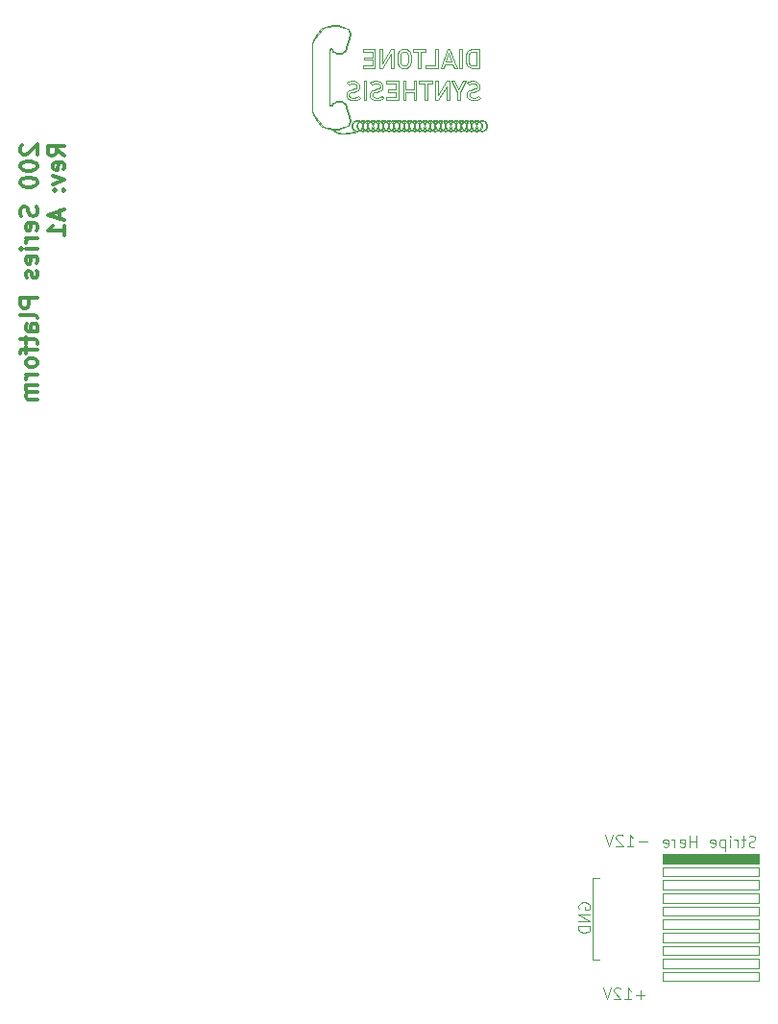
<source format=gbr>
%TF.GenerationSoftware,KiCad,Pcbnew,9.0.0*%
%TF.CreationDate,2025-03-18T19:24:19-04:00*%
%TF.ProjectId,200_Plattform,3230305f-506c-4617-9474-666f726d2e6b,A1*%
%TF.SameCoordinates,Original*%
%TF.FileFunction,Legend,Bot*%
%TF.FilePolarity,Positive*%
%FSLAX45Y45*%
G04 Gerber Fmt 4.5, Leading zero omitted, Abs format (unit mm)*
G04 Created by KiCad (PCBNEW 9.0.0) date 2025-03-18 19:24:19*
%MOMM*%
%LPD*%
G01*
G04 APERTURE LIST*
%ADD10C,0.120000*%
%ADD11C,0.300000*%
%ADD12C,0.100000*%
G04 APERTURE END LIST*
D10*
X7574280Y-4403183D02*
X7572638Y-4411436D01*
X7993535Y-4447461D02*
X8002903Y-4445598D01*
X7764935Y-4447461D02*
X7774303Y-4445598D01*
X7700527Y-4083964D02*
X7706245Y-4076208D01*
X8248937Y-4352353D02*
X8241984Y-4355233D01*
X7709798Y-4411436D02*
X7706578Y-4419211D01*
X8521867Y-4073864D02*
X8502786Y-4078275D01*
X8057340Y-4355964D02*
X8048623Y-4352353D01*
X7849672Y-4386177D02*
X7850051Y-4388084D01*
X8142990Y-4359806D02*
X8140732Y-4361314D01*
X7864137Y-4371743D02*
X7870088Y-4365793D01*
X8267855Y-4447461D02*
X8277223Y-4445598D01*
X7426505Y-4357866D02*
X7426505Y-4357866D01*
X7272857Y-4426394D02*
X7272116Y-4426272D01*
X7778593Y-4360371D02*
X7777686Y-4360977D01*
X7722499Y-4429883D02*
X7729252Y-4436636D01*
X7957852Y-4361314D02*
X7951099Y-4368068D01*
X7701556Y-4164905D02*
X7710566Y-4159764D01*
X7345802Y-4182615D02*
X7345802Y-4182615D01*
X8508750Y-4438145D02*
X8504141Y-4440054D01*
X7548630Y-4359806D02*
X7546372Y-4361314D01*
X7684063Y-3724096D02*
X7684063Y-3890609D01*
X7087380Y-4264640D02*
X7087380Y-4264641D01*
X8554310Y-4083964D02*
X8560027Y-4076208D01*
X7493702Y-4378740D02*
X7498377Y-4371743D01*
X7184618Y-4404396D02*
X7182910Y-4403569D01*
X8585885Y-4403751D02*
X8585885Y-4394768D01*
X7843523Y-3771601D02*
X7842663Y-3783804D01*
X7440012Y-4151201D02*
X7430850Y-4148859D01*
X7897320Y-4382655D02*
X7894567Y-4376009D01*
X8491641Y-4421605D02*
X8492967Y-4418403D01*
X8019668Y-4436636D02*
X8026421Y-4429883D01*
X7984118Y-4411436D02*
X7980898Y-4419211D01*
X8539115Y-3724096D02*
X8509665Y-3724096D01*
X7897320Y-4415296D02*
X7900073Y-4421942D01*
X7808880Y-4394768D02*
X7810522Y-4386514D01*
X7797821Y-4368068D02*
X7791068Y-4361314D01*
X8606086Y-4441943D02*
X8614028Y-4436636D01*
X7714440Y-4415296D02*
X7717193Y-4421942D01*
X8046941Y-4357897D02*
X8051550Y-4359806D01*
X7352596Y-4184219D02*
X7350424Y-4183335D01*
X7302363Y-4189268D02*
X7303719Y-4188835D01*
X7548443Y-3796865D02*
X7548443Y-3819099D01*
X7843520Y-3843140D02*
X7845979Y-3853841D01*
X7324344Y-4466885D02*
X7324490Y-4466894D01*
X7107170Y-3639472D02*
X7107299Y-3639086D01*
X7856375Y-4350490D02*
X7846825Y-4350490D01*
X8321261Y-4440054D02*
X8313008Y-4441695D01*
X7581922Y-4411436D02*
X7580280Y-4403183D01*
X8404448Y-4441695D02*
X8396032Y-4441695D01*
X8367955Y-4172357D02*
X8391334Y-4172357D01*
X7880250Y-4438145D02*
X7882508Y-4436636D01*
X7685432Y-4062952D02*
X7682466Y-4066586D01*
X7523698Y-4419211D02*
X7519023Y-4426208D01*
X7133521Y-3588744D02*
X7133521Y-3588744D01*
X7798018Y-4378740D02*
X7801238Y-4386514D01*
X7911159Y-3868207D02*
X7901224Y-3869410D01*
X7086948Y-4263070D02*
X7087379Y-4264640D01*
X7245001Y-3732255D02*
X7245627Y-3729917D01*
X7651650Y-4359806D02*
X7656259Y-4357897D01*
X8339426Y-3890721D02*
X8364638Y-3890721D01*
X8196109Y-4434005D02*
X8192841Y-4431821D01*
X7581488Y-4441695D02*
X7573072Y-4441695D01*
X7349912Y-3754924D02*
X7349275Y-3755242D01*
X8220360Y-4394768D02*
X8222002Y-4386514D01*
X7938398Y-4386514D02*
X7940040Y-4394768D01*
X7300271Y-4458502D02*
X7300407Y-4458546D01*
X8421441Y-4431821D02*
X8415491Y-4425871D01*
X7494867Y-4164905D02*
X7503876Y-4159764D01*
X8367057Y-4426208D02*
X8362382Y-4419211D01*
X8499739Y-4429883D02*
X8506492Y-4436636D01*
X7947248Y-4356255D02*
X7955501Y-4357897D01*
X8562494Y-3868488D02*
X8562494Y-3724096D01*
X7619493Y-3724096D02*
X7535832Y-3724096D01*
X8616303Y-4371743D02*
X8620978Y-4378740D01*
X8002903Y-4445598D02*
X8011620Y-4441987D01*
X8545459Y-4368068D02*
X8540153Y-4376009D01*
X7681181Y-4357897D02*
X7685790Y-4359806D01*
X8533192Y-4441695D02*
X8524939Y-4440054D01*
X8386097Y-4352353D02*
X8377380Y-4355964D01*
X7837565Y-4172357D02*
X7848907Y-4172357D01*
X7092600Y-4259837D02*
X7092600Y-3684674D01*
X7132415Y-3590204D02*
X7103250Y-3633953D01*
X7528807Y-4421942D02*
X7531560Y-4415296D01*
X8209498Y-4419211D02*
X8204823Y-4426208D01*
X8247374Y-4438709D02*
X8250981Y-4436299D01*
X7711440Y-4403183D02*
X7709798Y-4411436D01*
X8209498Y-4378740D02*
X8212718Y-4386514D01*
X7138077Y-3592649D02*
X7138077Y-3592649D01*
X7319129Y-4425983D02*
X7319128Y-4425984D01*
X8560260Y-4435080D02*
X8555888Y-4432158D01*
X7444762Y-4386514D02*
X7447982Y-4378740D01*
X7471825Y-4032837D02*
X7477058Y-4037990D01*
X7580033Y-4421942D02*
X7585339Y-4429883D01*
X8017410Y-4359806D02*
X8022019Y-4357897D01*
X8007248Y-4432158D02*
X8001297Y-4426208D01*
X8190696Y-4437322D02*
X8184101Y-4440054D01*
X8094343Y-4352353D02*
X8084975Y-4350490D01*
X7955577Y-4426208D02*
X7950902Y-4419211D01*
X7645860Y-4362871D02*
X7650232Y-4365793D01*
X8316662Y-4419211D02*
X8313442Y-4411436D01*
X7399837Y-4154600D02*
X7406794Y-4161475D01*
X8042342Y-4419211D02*
X8039122Y-4411436D01*
X8539115Y-3746329D02*
X8539115Y-3868488D01*
X7435863Y-4026868D02*
X7445293Y-4026020D01*
X7246836Y-3727821D02*
X7247692Y-3726966D01*
X7426506Y-4357866D02*
X7426505Y-4357866D01*
X7458133Y-4450136D02*
X7429753Y-4457032D01*
X8261152Y-4386177D02*
X8261531Y-4388084D01*
X8397240Y-4394768D02*
X8397240Y-4403183D01*
X7316223Y-3518056D02*
X7316716Y-3518055D01*
X7426645Y-4348708D02*
X7426644Y-4348696D01*
X8489752Y-4386177D02*
X8490131Y-4388084D01*
X7940040Y-4403183D02*
X7938398Y-4411436D01*
X8304158Y-4386514D02*
X8305800Y-4394768D01*
X7926323Y-3859102D02*
X7919394Y-3864774D01*
X7408722Y-4392244D02*
X7408722Y-4392244D01*
X7437215Y-4173163D02*
X7451936Y-4174076D01*
X8485529Y-4170626D02*
X8497687Y-4173163D01*
X8267722Y-4386514D02*
X8270942Y-4378740D01*
X7951099Y-4368068D02*
X7945793Y-4376009D01*
X8472931Y-3767040D02*
X8476077Y-3760987D01*
X8051550Y-4359806D02*
X8049292Y-4361314D01*
X8412701Y-4357897D02*
X8418673Y-4360371D01*
X7912132Y-4361314D02*
X7905379Y-4368068D01*
X8173030Y-4410664D02*
X8173451Y-4412781D01*
X8048623Y-4445598D02*
X8057340Y-4441987D01*
X8247306Y-4431821D02*
X8241324Y-4435818D01*
X8467267Y-4161475D02*
X8475507Y-4166692D01*
X7408722Y-3552267D02*
X7420813Y-3588542D01*
X8486905Y-4447461D02*
X8496455Y-4447461D01*
X8097270Y-4438145D02*
X8092661Y-4440054D01*
X8419296Y-4437322D02*
X8412701Y-4440054D01*
X8225419Y-4368068D02*
X8220113Y-4376009D01*
X8011620Y-4355964D02*
X8002903Y-4352353D01*
X7345802Y-4182615D02*
X7345802Y-4182615D01*
X8464380Y-4358904D02*
X8460772Y-4361314D01*
X7645860Y-4355964D02*
X7637143Y-4352353D01*
X8232534Y-4439716D02*
X8224281Y-4441358D01*
X7671473Y-4376009D02*
X7668720Y-4382655D01*
X7102552Y-3635106D02*
X7101960Y-3636317D01*
X7770735Y-4378403D02*
X7775411Y-4371406D01*
X8290312Y-4432158D02*
X8285940Y-4435080D01*
X8316662Y-4378740D02*
X8321337Y-4371743D01*
X8177353Y-4402846D02*
X8177353Y-4394431D01*
X8377380Y-4435080D02*
X8373008Y-4432158D01*
X8277223Y-4352353D02*
X8267855Y-4350490D01*
X8346461Y-4368068D02*
X8339708Y-4361314D01*
X7947682Y-4386514D02*
X7950902Y-4378740D01*
X7493899Y-4368068D02*
X7488593Y-4376009D01*
X7176234Y-4405598D02*
X7178496Y-4407745D01*
X7277457Y-3742790D02*
X7276571Y-3742348D01*
X7345801Y-4188615D02*
X7345802Y-4188615D01*
X7272037Y-4198112D02*
X7269737Y-4200412D01*
X7560210Y-4438145D02*
X7562468Y-4436636D01*
X7341745Y-4469717D02*
X7341903Y-4469711D01*
X7272116Y-3518239D02*
X7272857Y-3518117D01*
X8205931Y-4445260D02*
X8215298Y-4447124D01*
X8253256Y-4425871D02*
X8247306Y-4431821D01*
X8337450Y-4359806D02*
X8342059Y-4357897D01*
X7694427Y-4142812D02*
X7683500Y-4147943D01*
X7471697Y-4445598D02*
X7472361Y-4445730D01*
X7420813Y-3588542D02*
X7420816Y-3588547D01*
X7267979Y-4203148D02*
X7267979Y-4203149D01*
X7841776Y-4425871D02*
X7835826Y-4431821D01*
X8339708Y-4361314D02*
X8337450Y-4359806D01*
X7528560Y-4403183D02*
X7526918Y-4411436D01*
X8395465Y-4350490D02*
X8386097Y-4352353D01*
X8529341Y-4429883D02*
X8534647Y-4421942D01*
X7396655Y-4468615D02*
X7396736Y-4468619D01*
X8128920Y-4394768D02*
X8130562Y-4386514D01*
X8082953Y-4421942D02*
X8088259Y-4429883D01*
X7637812Y-4436636D02*
X7640070Y-4438145D01*
X7442873Y-4421942D02*
X7448179Y-4429883D01*
X7415163Y-4085868D02*
X7407306Y-4090139D01*
X7087380Y-3679870D02*
X7086948Y-3681440D01*
X8433423Y-4371743D02*
X8438098Y-4378740D01*
X8509778Y-3890721D02*
X8546679Y-3890721D01*
X8512408Y-4174076D02*
X8524347Y-4173488D01*
X7087380Y-3679870D02*
X7087380Y-3679870D01*
X7732928Y-4365793D02*
X7737300Y-4362871D01*
X8541442Y-4011486D02*
X8531741Y-4007498D01*
X8138457Y-4371743D02*
X8144408Y-4365793D01*
X8464448Y-4365793D02*
X8470429Y-4361796D01*
X8350312Y-4441695D02*
X8342059Y-4440054D01*
X7930503Y-4426208D02*
X7924552Y-4432158D01*
X7346513Y-4188615D02*
X7347920Y-4188834D01*
X7408272Y-3550907D02*
X7408722Y-3552267D01*
X7420813Y-4355969D02*
X7408722Y-4392244D01*
X8038688Y-4441695D02*
X8030272Y-4441695D01*
X8620978Y-4378740D02*
X8624198Y-4386514D01*
X7938398Y-4411436D02*
X7935178Y-4419211D01*
X8396032Y-4356255D02*
X8404448Y-4356255D01*
X8306047Y-4376009D02*
X8300741Y-4368068D01*
X7450104Y-4100160D02*
X7469071Y-4096383D01*
X7761483Y-4386950D02*
X7761062Y-4384833D01*
X7273981Y-3518055D02*
X7316221Y-3518055D01*
X7846254Y-4367731D02*
X7839501Y-4360977D01*
X7402908Y-3546454D02*
X7402908Y-3546454D01*
X7813939Y-4429883D02*
X7820692Y-4436636D01*
X7794451Y-4445260D02*
X7803818Y-4447124D01*
X8505765Y-4026020D02*
X8516980Y-4026887D01*
X7132416Y-4354307D02*
X7132764Y-4354808D01*
X7430850Y-4148859D02*
X7423868Y-4145312D01*
X8448960Y-4394768D02*
X8450602Y-4386514D01*
X7598512Y-4137074D02*
X7601576Y-4146545D01*
X7300407Y-4458546D02*
X7300524Y-4458628D01*
X7580033Y-4376009D02*
X7577280Y-4382655D01*
X7813369Y-4447124D02*
X7822736Y-4445260D01*
X8499542Y-4419211D02*
X8496322Y-4411436D01*
X8445960Y-4415296D02*
X8448713Y-4421942D01*
X7280308Y-4444282D02*
X7280417Y-4444426D01*
X7925970Y-4359806D02*
X7930579Y-4357897D01*
X7935178Y-4378740D02*
X7938398Y-4386514D01*
X7746017Y-4445598D02*
X7755385Y-4447461D01*
X8122920Y-4394768D02*
X8122920Y-4403183D01*
X8488915Y-4403751D02*
X8490064Y-4409529D01*
X7595768Y-4365793D02*
X7600140Y-4362871D01*
X8267288Y-4441695D02*
X8258872Y-4441695D01*
X8154570Y-4359806D02*
X8159179Y-4357897D01*
X8092737Y-4426208D02*
X8088062Y-4419211D01*
X8423206Y-4441943D02*
X8424709Y-4440939D01*
X8480389Y-3858917D02*
X8476077Y-3853830D01*
X7627208Y-4356255D02*
X7635461Y-4357897D01*
X7957183Y-4445598D02*
X7965900Y-4441987D01*
X8568308Y-4436636D02*
X8575061Y-4429883D01*
X8250619Y-4357897D02*
X8258872Y-4356255D01*
X7133133Y-4355295D02*
X7133521Y-4355767D01*
X7273981Y-3518055D02*
X7273981Y-3518055D01*
X8443898Y-4447124D02*
X8453449Y-4447124D01*
X7504427Y-4052828D02*
X7503379Y-4041428D01*
X8499749Y-3747006D02*
X8508979Y-3746329D01*
X7614057Y-4039992D02*
X7623752Y-4033697D01*
X7305838Y-4182615D02*
X7305838Y-4182615D01*
X7856242Y-4386514D02*
X7859462Y-4378740D01*
X7257027Y-3710183D02*
X7256586Y-3710404D01*
X7531560Y-4415296D02*
X7534313Y-4421942D01*
X7390744Y-4125833D02*
X7391823Y-4137074D01*
X8082953Y-4376009D02*
X8080200Y-4382655D01*
X7316221Y-3512055D02*
X7273981Y-3512055D01*
X7755518Y-4411436D02*
X7752298Y-4419211D01*
X8177106Y-4421605D02*
X8182412Y-4429546D01*
X8138381Y-4357897D02*
X8142990Y-4359806D01*
X7500408Y-4031841D02*
X7495630Y-4023711D01*
X8207612Y-4357560D02*
X8215866Y-4355918D01*
X7267979Y-4203149D02*
X7262122Y-4214864D01*
X8261531Y-4388084D02*
X8260315Y-4394200D01*
X7582055Y-4447461D02*
X7591423Y-4445598D01*
X8067663Y-4371743D02*
X8072338Y-4378740D01*
X7316194Y-4464747D02*
X7324344Y-4466885D01*
X8373008Y-4432158D02*
X8367057Y-4426208D01*
X7947815Y-4447461D02*
X7957183Y-4445598D01*
X8241170Y-4442380D02*
X8248937Y-4445598D01*
X8167432Y-4356255D02*
X8175848Y-4356255D01*
X7415029Y-4133975D02*
X7413898Y-4126406D01*
X7864061Y-4357897D02*
X7868670Y-4359806D01*
X8570583Y-4426208D02*
X8564632Y-4432158D01*
X8469770Y-4442380D02*
X8477537Y-4445598D01*
X7086687Y-3683048D02*
X7086601Y-3684670D01*
X8156828Y-4436636D02*
X8163581Y-4429883D01*
X8500484Y-4151201D02*
X8491322Y-4148859D01*
X7345806Y-4188615D02*
X7346513Y-4188615D01*
X7465005Y-4151013D02*
X7451936Y-4152068D01*
X8444466Y-4355918D02*
X8452881Y-4355918D01*
X7274773Y-4196355D02*
X7272037Y-4198112D01*
X8026618Y-4378740D02*
X8029838Y-4386514D01*
X7543171Y-4172357D02*
X7566551Y-4172357D01*
X8450677Y-3757937D02*
X8447442Y-3769712D01*
X7485240Y-4168896D02*
X7494867Y-4164905D01*
X8039122Y-4386514D02*
X8042342Y-4378740D01*
X7274773Y-4196355D02*
X7274773Y-4196355D01*
X8065388Y-4436636D02*
X8072141Y-4429883D01*
X7654577Y-4352353D02*
X7645860Y-4355964D01*
X7429753Y-4457032D02*
X7413330Y-4460150D01*
X8470584Y-4355233D02*
X8462816Y-4352016D01*
X8492515Y-4005084D02*
X8479530Y-4008311D01*
X7408722Y-4392244D02*
X7408722Y-4392244D01*
X8265833Y-4376009D02*
X8264507Y-4379211D01*
X7959729Y-3782995D02*
X7958926Y-3771601D01*
X7133521Y-4355767D02*
X7133521Y-4355767D01*
X7531560Y-4382655D02*
X7528807Y-4376009D01*
X7905182Y-4378740D02*
X7909857Y-4371743D01*
X8247306Y-4365455D02*
X8253256Y-4371406D01*
X7108242Y-3637281D02*
X7108242Y-3637281D01*
X7488593Y-4421942D02*
X7493899Y-4429883D01*
X7103249Y-4310558D02*
X7103249Y-4310557D01*
X7901962Y-4411436D02*
X7900320Y-4403183D01*
X8340377Y-4445598D02*
X8349745Y-4447461D01*
X7722302Y-4419211D02*
X7719082Y-4411436D01*
X8167432Y-4441695D02*
X8159179Y-4440054D01*
X7305127Y-3755896D02*
X7303720Y-3755676D01*
X7498377Y-4426208D02*
X7493702Y-4419211D01*
X7315978Y-4464682D02*
X7316091Y-4464697D01*
X7185538Y-4404628D02*
X7185538Y-4404627D01*
X7459640Y-4455945D02*
X7459726Y-4455905D01*
X7488840Y-4403183D02*
X7488840Y-4394768D01*
X7274869Y-4438192D02*
X7280165Y-4444173D01*
X7133521Y-3588744D02*
X7133133Y-3589216D01*
X8461135Y-4439716D02*
X8452881Y-4441358D01*
X7274773Y-4196355D02*
X7274773Y-4196355D01*
X7138077Y-3592649D02*
X7138077Y-3592649D01*
X8434531Y-4352016D02*
X8425707Y-4355671D01*
X8075425Y-4350490D02*
X8066057Y-4352353D01*
X7499983Y-4445598D02*
X7508700Y-4441987D01*
X8626087Y-4421942D02*
X8629742Y-4413118D01*
X7245000Y-3733464D02*
X7245001Y-3733464D01*
X8039255Y-4350490D02*
X8029705Y-4350490D01*
X8156828Y-4361314D02*
X8154570Y-4359806D01*
X7490615Y-4447461D02*
X7499983Y-4445598D01*
X7772621Y-4440054D02*
X7764368Y-4441695D01*
X7660661Y-4368068D02*
X7653908Y-4361314D01*
X8522588Y-4361314D02*
X8520330Y-4359806D01*
X7412270Y-4398298D02*
X7414413Y-4394142D01*
X8337450Y-4438145D02*
X8339708Y-4436636D01*
X7757160Y-4394768D02*
X7757160Y-4403183D01*
X7181407Y-3542099D02*
X7182910Y-3540941D01*
X7107625Y-3638337D02*
X7108015Y-3637621D01*
X7528560Y-4394768D02*
X7528560Y-4403183D01*
X8587895Y-4447461D02*
X8597263Y-4445598D01*
X7859462Y-4378740D02*
X7864137Y-4371743D01*
X7182910Y-3540941D02*
X7184618Y-3540115D01*
X8311553Y-4421942D02*
X8316859Y-4429883D01*
X7558792Y-4432158D02*
X7554420Y-4435080D01*
X8496478Y-3889870D02*
X8509778Y-3890721D01*
X7993402Y-4411436D02*
X7991760Y-4403183D01*
X8451216Y-4125597D02*
X8451216Y-4125833D01*
X7251880Y-4219882D02*
X7248649Y-4218490D01*
X7310243Y-4456362D02*
X7303078Y-4453197D01*
X8523257Y-4352353D02*
X8514540Y-4355964D01*
X8558256Y-4135568D02*
X8548210Y-4142812D01*
X8475974Y-4438709D02*
X8479581Y-4436299D01*
X7635461Y-4440054D02*
X7627208Y-4441695D01*
X7765873Y-4394431D02*
X7767515Y-4386177D01*
X7931490Y-3851713D02*
X7926323Y-3859102D01*
X8341983Y-4426208D02*
X8336032Y-4432158D01*
X7695952Y-4432158D02*
X7691580Y-4435080D01*
X8580120Y-4394768D02*
X8580120Y-4403183D01*
X7245000Y-3733465D02*
X7245000Y-3733464D01*
X8214360Y-4403183D02*
X8212718Y-4411436D01*
X7569221Y-4429883D02*
X7574527Y-4421942D01*
X7870088Y-4365793D02*
X7874460Y-4362871D01*
X8103060Y-4435080D02*
X8098688Y-4432158D01*
X8575061Y-4429883D02*
X8580367Y-4421942D01*
X8057340Y-4435080D02*
X8052968Y-4432158D01*
X7498301Y-4440054D02*
X7490048Y-4441695D01*
X8215298Y-4350153D02*
X8205931Y-4352016D01*
X7752101Y-4429883D02*
X7757407Y-4421942D01*
X7961528Y-4432158D02*
X7955577Y-4426208D01*
X7846825Y-4447461D02*
X7856375Y-4447461D01*
X8303211Y-3724096D02*
X8283281Y-3724096D01*
X7101960Y-4308193D02*
X7102552Y-4309404D01*
X8275617Y-4371743D02*
X8281568Y-4365793D01*
X8524939Y-4440054D02*
X8520330Y-4438145D01*
X8522588Y-4436636D02*
X8529341Y-4429883D01*
X7600140Y-4355964D02*
X7591423Y-4352353D01*
X7580280Y-4403183D02*
X7580280Y-4394768D01*
X7913446Y-4079186D02*
X7913446Y-4005731D01*
X7414256Y-4466078D02*
X7414319Y-4466056D01*
X7319128Y-4425984D02*
X7319126Y-4425985D01*
X7462874Y-4441943D02*
X7471697Y-4445598D01*
X7402908Y-3546454D02*
X7404269Y-3546903D01*
X7256092Y-3710404D02*
X7255119Y-3711054D01*
X8323612Y-4361314D02*
X8316859Y-4368068D01*
X8461135Y-4357560D02*
X8464380Y-4358904D01*
X7378422Y-4470276D02*
X7378521Y-4470286D01*
X7717193Y-4376009D02*
X7714440Y-4382655D01*
X7695650Y-4016797D02*
X7687660Y-4011486D01*
X7408272Y-4393604D02*
X7406582Y-4395918D01*
X8275541Y-4357897D02*
X8280150Y-4359806D01*
X7605930Y-4438145D02*
X7608188Y-4436636D01*
X8140063Y-4445598D02*
X8148780Y-4441987D01*
X7913446Y-4101420D02*
X7984721Y-4101420D01*
X8506492Y-4361314D02*
X8499739Y-4368068D01*
X8331660Y-4435080D02*
X8327288Y-4432158D01*
X7280165Y-4444173D02*
X7280308Y-4444282D01*
X8015992Y-4432158D02*
X8011620Y-4435080D01*
X8253256Y-4371406D02*
X8257931Y-4378403D01*
X8560260Y-4355964D02*
X8551543Y-4352353D01*
X7866412Y-4436636D02*
X7868670Y-4438145D01*
X8448960Y-4403183D02*
X8448960Y-4394768D01*
X8371590Y-4359806D02*
X8369332Y-4361314D01*
X8178995Y-4386177D02*
X8182215Y-4378403D01*
X8197107Y-4441605D02*
X8205931Y-4445260D01*
X7915808Y-4432158D02*
X7909857Y-4426208D01*
X8452295Y-4137074D02*
X8455359Y-4146545D01*
X7737300Y-4435080D02*
X7732928Y-4432158D01*
X7373107Y-4201183D02*
X7373107Y-4201183D01*
X8366981Y-4440054D02*
X8358728Y-4441695D01*
X8497159Y-4403414D02*
X8497159Y-4394431D01*
X7375790Y-3748694D02*
X7375790Y-3748694D01*
X7581488Y-4356255D02*
X7589741Y-4357897D01*
X7934981Y-4368068D02*
X7928228Y-4361314D01*
X7685790Y-4438145D02*
X7681181Y-4440054D01*
X8257734Y-4429546D02*
X8263041Y-4421605D01*
X7558792Y-4365793D02*
X7564743Y-4371743D01*
X8381752Y-4365793D02*
X8387703Y-4371743D01*
X7458608Y-4365793D02*
X7465604Y-4361117D01*
X8497159Y-4394431D02*
X8497159Y-4393863D01*
X7803818Y-4350153D02*
X7794451Y-4352016D01*
X7870088Y-4432158D02*
X7864137Y-4426208D01*
X8397487Y-4376009D02*
X8392181Y-4368068D01*
X7093072Y-3681767D02*
X7093072Y-3681767D01*
X7709665Y-4447461D02*
X7719215Y-4447461D01*
X8424709Y-4434005D02*
X8421441Y-4431821D01*
X8616303Y-4426208D02*
X8610352Y-4432158D01*
X7421331Y-4353202D02*
X7421110Y-4355074D01*
X7536202Y-4411436D02*
X7534560Y-4403183D01*
X8103060Y-4441987D02*
X8111777Y-4445598D01*
X8529538Y-4419211D02*
X8524863Y-4426208D01*
X8008100Y-4172357D02*
X8008100Y-4005731D01*
X7563137Y-4352353D02*
X7554420Y-4355964D01*
X7931483Y-3763018D02*
X7934691Y-3771980D01*
X8564349Y-4159764D02*
X8572802Y-4153450D01*
X7986007Y-4376009D02*
X7980701Y-4368068D01*
X7349912Y-3754925D02*
X7349912Y-3754925D01*
X7316091Y-4464697D02*
X7316194Y-4464747D01*
X7273981Y-4426455D02*
X7273605Y-4426455D01*
X7445293Y-4004012D02*
X7432043Y-4005084D01*
X8296263Y-4426208D02*
X8290312Y-4432158D01*
X8148780Y-4435080D02*
X8144408Y-4432158D01*
X7474804Y-4171783D02*
X7485240Y-4168896D01*
X7093072Y-4262745D02*
X7093072Y-4262745D01*
X7829844Y-4435818D02*
X7824368Y-4432158D01*
X8545713Y-4168896D02*
X8555339Y-4164905D01*
X7946040Y-4394768D02*
X7947682Y-4386514D01*
X8524939Y-4357897D02*
X8533192Y-4356255D01*
X7377440Y-4205559D02*
X7377800Y-4206763D01*
X8533192Y-4356255D02*
X8541608Y-4356255D01*
X7267979Y-4203149D02*
X7267979Y-4203149D01*
X7383547Y-4205039D02*
X7381840Y-4201292D01*
X8496322Y-4411436D02*
X8495942Y-4409529D01*
X7945793Y-4376009D02*
X7943040Y-4382655D01*
X7706578Y-4378740D02*
X7709798Y-4386514D01*
X7884859Y-4357897D02*
X7893112Y-4356255D01*
X7938832Y-4441695D02*
X7930579Y-4440054D01*
X7321025Y-3512835D02*
X7319455Y-3512403D01*
X8263041Y-4421605D02*
X8264367Y-4418403D01*
X8417766Y-4436299D02*
X8419296Y-4437322D01*
X8485121Y-3887469D02*
X8496478Y-3889870D01*
X8197107Y-4355671D02*
X8195604Y-4356675D01*
X8470429Y-4361796D02*
X8475906Y-4365455D01*
X7478742Y-4062952D02*
X7475776Y-4066586D01*
X7855494Y-3871945D02*
X7862282Y-3879059D01*
X8415491Y-4371406D02*
X8421441Y-4365455D01*
X8492081Y-3748901D02*
X8499749Y-3747006D01*
X7770932Y-4367731D02*
X7765626Y-4375672D01*
X7481273Y-4052255D02*
X7480601Y-4058281D01*
X7719082Y-4411436D02*
X7717440Y-4403183D01*
X7818417Y-4371743D02*
X7824368Y-4365793D01*
X7837457Y-4445598D02*
X7846825Y-4447461D01*
X7985760Y-4403183D02*
X7984118Y-4411436D01*
X8157497Y-4445598D02*
X8166865Y-4447461D01*
X7548630Y-4438145D02*
X7544021Y-4440054D01*
X8541745Y-4052255D02*
X8541073Y-4058281D01*
X7101478Y-3637576D02*
X7101478Y-3637576D01*
X7271752Y-3518330D02*
X7271752Y-3518330D01*
X7601968Y-4103487D02*
X7599568Y-4109317D01*
X8313442Y-4386514D02*
X8316662Y-4378740D01*
X7463875Y-4173488D02*
X7474804Y-4171783D01*
X7741672Y-4432158D02*
X7737300Y-4435080D01*
X8138457Y-4426208D02*
X8133782Y-4419211D01*
X8128673Y-4421942D02*
X8133979Y-4429883D01*
X7445293Y-4026020D02*
X7456507Y-4026887D01*
X7807143Y-3890609D02*
X7807143Y-3724096D01*
X7554420Y-4441987D02*
X7563137Y-4445598D01*
X8130695Y-4447461D02*
X8140063Y-4445598D01*
X7996622Y-4378740D02*
X8001297Y-4371743D01*
X7426335Y-4029459D02*
X7435863Y-4026868D01*
X7857079Y-4393863D02*
X7855929Y-4388084D01*
X8505823Y-4445598D02*
X8514540Y-4441987D01*
X7761971Y-4384495D02*
X7761483Y-4386950D01*
X7783126Y-4441943D02*
X7784629Y-4440939D01*
X7883177Y-4445598D02*
X7892545Y-4447461D01*
X7086948Y-3681440D02*
X7086687Y-3683048D01*
X8144408Y-4365793D02*
X8148780Y-4362871D01*
X8564900Y-4052941D02*
X8564900Y-4052828D01*
X8097270Y-4359806D02*
X8095012Y-4361314D01*
X7092600Y-3684673D02*
X7092600Y-3684673D01*
X8373008Y-4365793D02*
X8377380Y-4362871D01*
X7608857Y-4352353D02*
X7600140Y-4355964D01*
X8222002Y-4386514D02*
X8225222Y-4378740D01*
X7971690Y-4359806D02*
X7976299Y-4357897D01*
X7375799Y-4195824D02*
X7375790Y-4195816D01*
X8580367Y-4376009D02*
X8575061Y-4368068D01*
X8313575Y-4447461D02*
X8322943Y-4445598D01*
X8481967Y-3728303D02*
X8471528Y-3733167D01*
X8195604Y-4363609D02*
X8198872Y-4365793D01*
X8359295Y-4447461D02*
X8368663Y-4445598D01*
X7620588Y-4126283D02*
X7621214Y-4120141D01*
X8568977Y-4445598D02*
X8578345Y-4447461D01*
X7719215Y-4350490D02*
X7709665Y-4350490D01*
X7420816Y-3588547D02*
X7421111Y-3589436D01*
X7745348Y-4361314D02*
X7743090Y-4359806D01*
X8516980Y-4026887D02*
X8525644Y-4029242D01*
X7490048Y-4356255D02*
X7498301Y-4357897D01*
X7255119Y-3711054D02*
X7243450Y-3722723D01*
X7465604Y-4436833D02*
X7458608Y-4432158D01*
X7185538Y-3539883D02*
X7271751Y-3518330D01*
X7864137Y-4426208D02*
X7859462Y-4419211D01*
X7267488Y-4217547D02*
X7273346Y-4205832D01*
X7093071Y-4262742D02*
X7092916Y-4262276D01*
X7958928Y-3843140D02*
X7959786Y-3831013D01*
X7974536Y-3724096D02*
X7974536Y-3746329D01*
X7737300Y-4362871D02*
X7741672Y-4365793D01*
X8416096Y-4005731D02*
X8379644Y-4080906D01*
X8204823Y-4371743D02*
X8209498Y-4378740D01*
X8214607Y-4376009D02*
X8209301Y-4368068D01*
X7874460Y-4441987D02*
X7883177Y-4445598D01*
X7641488Y-4432158D02*
X7635537Y-4426208D01*
X7108242Y-3637281D02*
X7137408Y-3593532D01*
X7619493Y-3746329D02*
X7619493Y-3796865D01*
X8540400Y-4394768D02*
X8542042Y-4386514D01*
X7623752Y-4033697D02*
X7633025Y-4029459D01*
X7626000Y-4403183D02*
X7626000Y-4394768D01*
X7980898Y-4419211D02*
X7976223Y-4426208D01*
X8379644Y-4080906D02*
X8343204Y-4005731D01*
X8478767Y-4140160D02*
X8475502Y-4133975D01*
X8631605Y-4403751D02*
X8631605Y-4394768D01*
X8267855Y-4350490D02*
X8258305Y-4350490D01*
X7855862Y-4409529D02*
X7857079Y-4403414D01*
X7427180Y-4354840D02*
X7427227Y-4351741D01*
X7938265Y-4447461D02*
X7947815Y-4447461D01*
X8261152Y-4411099D02*
X8257931Y-4418874D01*
X8481856Y-4371406D02*
X8486532Y-4378403D01*
X7729252Y-4361314D02*
X7722499Y-4368068D01*
X7273981Y-4426455D02*
X7273981Y-4426455D01*
X8257931Y-4378403D02*
X8261152Y-4386177D01*
X8405706Y-4421605D02*
X8411013Y-4429546D01*
X8529544Y-4096383D02*
X8538789Y-4093565D01*
X7912132Y-4436636D02*
X7914390Y-4438145D01*
X7710068Y-4041428D02*
X7707098Y-4031841D01*
X7465172Y-4029242D02*
X7471825Y-4032837D01*
X8051550Y-4438145D02*
X8046941Y-4440054D01*
X7608857Y-4445598D02*
X7618225Y-4447461D01*
X7303499Y-3761715D02*
X7305838Y-3761896D01*
X8341983Y-4371743D02*
X8346658Y-4378740D01*
X8542175Y-4447461D02*
X8551543Y-4445598D01*
X8537282Y-4147943D02*
X8525477Y-4151013D01*
X7755518Y-4386514D02*
X7757160Y-4394768D01*
X8629742Y-4384833D02*
X8626087Y-4376009D01*
X7421110Y-4355074D02*
X7420813Y-4355969D01*
X8485700Y-3862940D02*
X8480389Y-3858917D01*
X7913446Y-4172357D02*
X7913446Y-4101420D01*
X7483075Y-4403751D02*
X7484938Y-4413118D01*
X8392181Y-4429883D02*
X8397487Y-4421942D01*
X7305838Y-3761895D02*
X7305838Y-3761895D01*
X8080200Y-4415296D02*
X8082953Y-4421942D01*
X7854353Y-4421942D02*
X7859659Y-4429883D01*
X8512408Y-4152068D02*
X8500484Y-4151201D01*
X8321261Y-4357897D02*
X8325870Y-4359806D01*
X7526785Y-4350490D02*
X7517417Y-4352353D01*
X8476077Y-3760987D02*
X8480389Y-3755900D01*
X7722302Y-4378740D02*
X7726977Y-4371743D01*
X7087379Y-4264640D02*
X7087379Y-4264640D01*
X8496322Y-4386514D02*
X8499542Y-4378740D01*
X7714440Y-4382655D02*
X7711687Y-4376009D01*
X7308171Y-4461994D02*
X7315978Y-4464682D01*
X7402908Y-3546454D02*
X7402908Y-3546454D01*
X7839139Y-4440054D02*
X7835894Y-4438709D01*
X8316859Y-4429883D02*
X8323612Y-4436636D01*
X8455359Y-4146545D02*
X8460309Y-4154600D01*
X7681493Y-4171783D02*
X7691930Y-4168896D01*
X7307935Y-4461902D02*
X7308060Y-4461930D01*
X7512330Y-4153450D02*
X7497784Y-4135568D01*
X7829690Y-4442380D02*
X7837457Y-4445598D01*
X8280150Y-4438145D02*
X8275541Y-4440054D01*
X8175848Y-4441695D02*
X8167432Y-4441695D01*
X7914390Y-4438145D02*
X7909781Y-4440054D01*
X8075425Y-4447461D02*
X8084975Y-4447461D01*
X7623000Y-4382655D02*
X7620247Y-4376009D01*
X7789537Y-4360292D02*
X7796132Y-4357560D01*
X7595768Y-4432158D02*
X7589817Y-4426208D01*
X8410834Y-3890721D02*
X8410834Y-3724096D01*
X7620588Y-4126406D02*
X7620588Y-4126283D01*
X7572638Y-4386514D02*
X7574280Y-4394768D01*
X7504328Y-4432158D02*
X7498377Y-4426208D01*
X8075558Y-4386514D02*
X8077200Y-4394768D01*
X7349913Y-3754925D02*
X7349912Y-3754925D01*
X8405954Y-4402846D02*
X8405954Y-4394431D01*
X7321025Y-4431676D02*
X7321026Y-4431676D01*
X7569418Y-4419211D02*
X7564743Y-4426208D01*
X8313008Y-4356255D02*
X8321261Y-4357897D01*
X7717193Y-4421942D02*
X7722499Y-4429883D01*
X8052968Y-4432158D02*
X8047017Y-4426208D01*
X7825527Y-4078501D02*
X7754478Y-4078501D01*
X7420898Y-4350421D02*
X7420898Y-4350421D01*
X7621853Y-4085868D02*
X7613996Y-4090139D01*
X7855929Y-4388084D02*
X7856242Y-4386514D01*
X7820692Y-4361314D02*
X7813939Y-4368068D01*
X8568977Y-4352353D02*
X8560260Y-4355964D01*
X7687208Y-4365793D02*
X7691580Y-4362871D01*
X8423206Y-4356008D02*
X8414383Y-4352353D01*
X7554420Y-4362871D02*
X7558792Y-4365793D01*
X7317847Y-3512143D02*
X7316225Y-3512056D01*
X8580120Y-4403183D02*
X8578478Y-4411436D01*
X8247997Y-4358983D02*
X8250619Y-4357897D01*
X7615138Y-4419211D02*
X7610463Y-4426208D01*
X8541073Y-4058281D02*
X8539215Y-4062952D01*
X7804386Y-4441358D02*
X7796132Y-4439716D01*
X7137728Y-4351432D02*
X7137510Y-4351132D01*
X8250981Y-4436299D02*
X8257734Y-4429546D01*
X7272742Y-3512106D02*
X7271510Y-3512258D01*
X7764935Y-4350490D02*
X7755385Y-4350490D01*
X7420898Y-3594090D02*
X7420897Y-3594090D01*
X7912785Y-3891548D02*
X7922985Y-3888981D01*
X7793343Y-4426208D02*
X7787392Y-4432158D01*
X8446293Y-3831013D02*
X8447185Y-3843434D01*
X7592092Y-4436636D02*
X7594350Y-4438145D01*
X7408722Y-3552267D02*
X7408722Y-3552267D01*
X7924552Y-4432158D02*
X7920180Y-4435080D01*
X8148449Y-4027964D02*
X8148449Y-4005731D01*
X7239000Y-4185615D02*
X7239000Y-4216095D01*
X8476077Y-3853830D02*
X8472931Y-3847778D01*
X7534313Y-4421942D02*
X7539619Y-4429883D01*
X7618358Y-4411436D02*
X7615138Y-4419211D01*
X8461074Y-4095847D02*
X8455751Y-4103487D01*
X8349745Y-4350490D02*
X8340377Y-4352353D01*
X7864061Y-4440054D02*
X7855808Y-4441695D01*
X8429617Y-4360292D02*
X8436213Y-4357560D01*
X8470950Y-3840567D02*
X8470245Y-3831935D01*
X8505823Y-4352353D02*
X8496455Y-4350490D01*
X7752101Y-4368068D02*
X7745348Y-4361314D01*
X7481632Y-4356255D02*
X7490048Y-4356255D01*
X7747699Y-4357897D02*
X7755952Y-4356255D01*
X7973948Y-4436636D02*
X7980701Y-4429883D01*
X7940170Y-3879060D02*
X7946954Y-3871945D01*
X7631746Y-4170626D02*
X7643905Y-4173163D01*
X8495942Y-4409529D02*
X8497159Y-4403414D01*
X7414413Y-3550369D02*
X7412270Y-3546213D01*
X7752298Y-4378740D02*
X7755518Y-4386514D01*
X7103250Y-3633953D02*
X7103250Y-3633953D01*
X7846254Y-4429546D02*
X7851561Y-4421605D01*
X8453449Y-4350153D02*
X8443898Y-4350153D01*
X7747623Y-4426208D02*
X7741672Y-4432158D01*
X8304592Y-4441695D02*
X8296339Y-4440054D01*
X8342059Y-4440054D02*
X8337450Y-4438145D01*
X7275029Y-4203405D02*
X7276571Y-4202163D01*
X7947682Y-4411436D02*
X7946040Y-4403183D01*
X7273981Y-3512055D02*
X7273981Y-3512055D01*
X7480179Y-4044300D02*
X7481273Y-4052142D01*
X8436213Y-4357560D02*
X8444466Y-4355918D01*
X7239879Y-4218217D02*
X7243158Y-4221496D01*
X8182412Y-4429546D02*
X8189166Y-4436299D01*
X8026618Y-4419211D02*
X8021943Y-4426208D01*
X8088062Y-4419211D02*
X8084842Y-4411436D01*
X7974617Y-4445598D02*
X7983985Y-4447461D01*
X7884783Y-4426208D02*
X7878832Y-4432158D01*
X7426505Y-3586645D02*
X7414414Y-3550370D01*
X8459439Y-3871455D02*
X8466602Y-3878219D01*
X7086600Y-4259837D02*
X7086600Y-4259837D01*
X8411013Y-4429546D02*
X8417766Y-4436299D01*
X8011620Y-4435080D02*
X8007248Y-4432158D01*
X7454932Y-4436636D02*
X7462874Y-4441943D01*
X8407595Y-4411099D02*
X8405954Y-4402846D01*
X7813939Y-4368068D02*
X7808633Y-4376009D01*
X8357273Y-4421942D02*
X8362579Y-4429883D01*
X8011620Y-4441987D02*
X8020337Y-4445598D01*
X8495888Y-4356255D02*
X8504141Y-4357897D01*
X7879467Y-3888981D02*
X7889664Y-3891548D01*
X8490131Y-4388084D02*
X8488915Y-4394200D01*
X7755952Y-4356255D02*
X7764368Y-4356255D01*
X7919394Y-3864774D02*
X7911159Y-3868207D01*
X8387703Y-4426208D02*
X8381752Y-4432158D01*
X7536202Y-4386514D02*
X7539422Y-4378740D01*
X7176233Y-4405597D02*
X7176234Y-4405598D01*
X8268559Y-4393863D02*
X8267409Y-4388084D01*
X8477534Y-4033697D02*
X8486808Y-4029459D01*
X7718648Y-4356255D02*
X7726901Y-4357897D01*
X8031727Y-4376009D02*
X8026421Y-4368068D01*
X7808880Y-4403183D02*
X7808880Y-4394768D01*
X8450602Y-4386514D02*
X8453822Y-4378740D01*
X7959786Y-3831013D02*
X7959786Y-3783804D01*
X8277223Y-4445598D02*
X8285940Y-4441987D01*
X8578345Y-4447461D02*
X8587895Y-4447461D01*
X8504217Y-4426208D02*
X8499542Y-4419211D01*
X7478317Y-4093565D02*
X7486668Y-4089566D01*
X7848907Y-4005731D02*
X7825527Y-4005731D01*
X8534400Y-4403183D02*
X8532758Y-4411436D01*
X7316221Y-4426455D02*
X7273981Y-4426455D01*
X8367057Y-4371743D02*
X8373008Y-4365793D01*
X8532297Y-4032837D02*
X8537530Y-4037990D01*
X8424709Y-4440939D02*
X8425707Y-4441605D01*
X8173451Y-4384495D02*
X8172963Y-4386950D01*
X7775411Y-4371406D02*
X7781361Y-4365455D01*
X7585142Y-4378740D02*
X7589817Y-4371743D01*
X7625753Y-4376009D02*
X7623000Y-4382655D01*
X7594350Y-4438145D02*
X7589741Y-4440054D01*
X8525477Y-4151013D02*
X8512408Y-4152068D01*
X7271751Y-4426181D02*
X7185538Y-4404628D01*
X7909781Y-4440054D02*
X7901528Y-4441695D01*
X7943040Y-4415296D02*
X7945793Y-4421942D01*
X7813369Y-4350153D02*
X7803818Y-4350153D01*
X7743090Y-4438145D02*
X7745348Y-4436636D01*
X7108242Y-4307230D02*
X7108240Y-4307228D01*
X7700297Y-4445598D02*
X7709665Y-4447461D01*
X8163778Y-4378740D02*
X8166998Y-4386514D01*
X8351767Y-4421942D02*
X8354520Y-4415296D01*
X7673495Y-4350490D02*
X7663945Y-4350490D01*
X7651982Y-4026020D02*
X7663197Y-4026887D01*
X7600140Y-4441987D02*
X7608857Y-4445598D01*
X8538789Y-4093565D02*
X8547140Y-4089566D01*
X8387455Y-3890721D02*
X8410834Y-3890721D01*
X7618792Y-4356255D02*
X7627208Y-4356255D01*
X8549433Y-4016797D02*
X8541442Y-4011486D01*
X8159179Y-4440054D02*
X8154570Y-4438145D01*
X7502910Y-4438145D02*
X7498301Y-4440054D01*
X7874460Y-4355964D02*
X7865743Y-4352353D01*
X7475776Y-4066586D02*
X7469632Y-4070765D01*
X7427228Y-3592770D02*
X7427181Y-3589671D01*
X8168887Y-4421942D02*
X8172542Y-4413118D01*
X7516748Y-4436636D02*
X7523501Y-4429883D01*
X8290312Y-4365793D02*
X8296263Y-4371743D01*
X7796132Y-4357560D02*
X7804386Y-4355918D01*
X7658626Y-4152068D02*
X7646701Y-4151201D01*
X7293046Y-4454440D02*
X7293190Y-4454504D01*
X7691580Y-4362871D02*
X7695952Y-4365793D01*
X7857079Y-4403414D02*
X7857079Y-4394431D01*
X7279483Y-4434353D02*
X7278180Y-4432455D01*
X7408722Y-4392244D02*
X7408272Y-4393604D01*
X8548210Y-4142812D02*
X8537282Y-4147943D01*
X8584022Y-4384833D02*
X8580367Y-4376009D01*
X8092109Y-3724096D02*
X7974536Y-3724096D01*
X7180788Y-3542819D02*
X7180789Y-3542817D01*
X7591423Y-4445598D02*
X7600140Y-4441987D01*
X7273981Y-4426455D02*
X7273981Y-4426455D01*
X7654577Y-4445598D02*
X7663945Y-4447461D01*
X8172963Y-4386950D02*
X8172542Y-4384833D01*
X7270297Y-3512509D02*
X7270296Y-3512509D01*
X7341903Y-4469711D02*
X7342055Y-4469751D01*
X8454543Y-4021434D02*
X8467840Y-4039992D01*
X7711687Y-4376009D02*
X7706381Y-4368068D01*
X7846451Y-4378403D02*
X7849672Y-4386177D01*
X8037480Y-4403183D02*
X8037480Y-4394768D01*
X7901962Y-4386514D02*
X7905182Y-4378740D01*
X7947815Y-4350490D02*
X7938265Y-4350490D01*
X7138077Y-4351862D02*
X7138077Y-4351862D01*
X7418295Y-4140160D02*
X7415029Y-4133975D01*
X8357273Y-4376009D02*
X8354520Y-4382655D01*
X7938265Y-4350490D02*
X7928897Y-4352353D01*
X7671720Y-4394768D02*
X7673362Y-4386514D01*
X7973948Y-4361314D02*
X7971690Y-4359806D01*
X7416242Y-4115400D02*
X7418945Y-4111738D01*
X8098688Y-4432158D02*
X8092737Y-4426208D01*
X8057340Y-4441987D02*
X8066057Y-4445598D01*
X8496010Y-4388084D02*
X8496322Y-4386514D01*
X8555888Y-4432158D02*
X8549937Y-4426208D01*
X8362579Y-4429883D02*
X8369332Y-4436636D01*
X7842663Y-3783804D02*
X7842663Y-3831013D01*
X7653908Y-4361314D02*
X7651650Y-4359806D01*
X7726901Y-4440054D02*
X7718648Y-4441695D01*
X7656259Y-4357897D02*
X7664512Y-4356255D01*
X8117861Y-4429883D02*
X8123167Y-4421942D01*
X8039122Y-4411436D02*
X8037480Y-4403183D01*
X7900320Y-4403183D02*
X7900320Y-4394768D01*
X7971690Y-4438145D02*
X7973948Y-4436636D01*
X7671720Y-4403183D02*
X7671720Y-4394768D01*
X8084842Y-4386514D02*
X8088062Y-4378740D01*
X7707217Y-3848556D02*
X7707217Y-3724096D01*
X8072141Y-4429883D02*
X8077447Y-4421942D01*
X8092737Y-4371743D02*
X8098688Y-4365793D01*
X7608188Y-4436636D02*
X7614941Y-4429883D01*
X7526785Y-4447461D02*
X7536335Y-4447461D01*
X8540651Y-4044300D02*
X8541745Y-4052142D01*
X7574527Y-4376009D02*
X7569221Y-4368068D01*
X8438098Y-4419211D02*
X8433423Y-4426208D01*
X7984118Y-4386514D02*
X7985760Y-4394768D01*
X7830349Y-4361796D02*
X7835826Y-4365455D01*
X7539619Y-4368068D02*
X7534313Y-4376009D01*
X7672928Y-4356255D02*
X7681181Y-4357897D01*
X7346513Y-3755895D02*
X7345801Y-3755895D01*
X8077973Y-4027964D02*
X8077973Y-4172357D01*
X7414414Y-4394141D02*
X7426505Y-4357866D01*
X7660858Y-4378740D02*
X7664078Y-4386514D01*
X8220360Y-4403183D02*
X8220360Y-4394768D01*
X8130562Y-4411436D02*
X8128920Y-4403183D01*
X7391313Y-4116582D02*
X7390744Y-4125597D01*
X7592092Y-4361314D02*
X7585339Y-4368068D01*
X8121145Y-4350490D02*
X8111777Y-4352353D01*
X8534400Y-4394768D02*
X8534400Y-4403183D01*
X7857079Y-4394431D02*
X7857079Y-4393863D01*
X7710232Y-4441695D02*
X7701979Y-4440054D01*
X8570659Y-4357897D02*
X8578912Y-4356255D01*
X8434531Y-4445260D02*
X8443898Y-4447124D01*
X7133522Y-3588744D02*
X7133521Y-3588744D01*
X7573072Y-4356255D02*
X7581488Y-4356255D01*
X7960110Y-4438145D02*
X7955501Y-4440054D01*
X7286586Y-4449885D02*
X7293046Y-4454440D01*
X8270942Y-4419211D02*
X8267722Y-4411436D01*
X7473379Y-4357897D02*
X7481632Y-4356255D01*
X8530104Y-4070765D02*
X8521867Y-4073864D01*
X7383547Y-3739470D02*
X7426644Y-3595814D01*
X7665720Y-4394768D02*
X7665720Y-4403183D01*
X7757407Y-4421942D02*
X7761062Y-4413118D01*
X8536248Y-4066586D02*
X8530104Y-4070765D01*
X7876074Y-3859102D02*
X7870937Y-3851717D01*
X7180789Y-3542817D02*
X7181407Y-3542099D01*
X7697370Y-4359806D02*
X7701979Y-4357897D01*
X7673362Y-4411436D02*
X7671720Y-4403183D01*
X7564819Y-4357897D02*
X7573072Y-4356255D01*
X8510168Y-4432158D02*
X8504217Y-4426208D01*
X7767515Y-4411099D02*
X7765873Y-4402846D01*
X8029705Y-4447461D02*
X8039255Y-4447461D01*
X7874460Y-4362871D02*
X7878832Y-4365793D01*
X7319128Y-3518527D02*
X7402908Y-3546454D01*
X8148780Y-4355964D02*
X8140063Y-4352353D01*
X7502123Y-4070197D02*
X7503809Y-4062567D01*
X7615138Y-4378740D02*
X7618358Y-4386514D01*
X8475906Y-4365455D02*
X8481856Y-4371406D01*
X7359911Y-4470759D02*
X7360034Y-4470742D01*
X8395598Y-4386514D02*
X8397240Y-4394768D01*
X7585339Y-4429883D02*
X7592092Y-4436636D01*
X8534647Y-4421942D02*
X8537400Y-4415296D01*
X7459819Y-4455895D02*
X7486728Y-4447561D01*
X7950902Y-4419211D02*
X7947682Y-4411436D01*
X7589741Y-4440054D02*
X7581488Y-4441695D01*
X7620247Y-4376009D02*
X7614941Y-4368068D01*
X7874460Y-4435080D02*
X7870088Y-4432158D01*
X7649004Y-4078275D02*
X7630671Y-4082687D01*
X7092600Y-3684673D02*
X7092600Y-3684180D01*
X7848835Y-4394200D02*
X7848835Y-4403751D01*
X7743090Y-4359806D02*
X7747699Y-4357897D01*
X7627775Y-4350490D02*
X7618225Y-4350490D01*
X7625634Y-4111738D02*
X7631310Y-4107425D01*
X8415491Y-4425871D02*
X8410816Y-4418874D01*
X8224849Y-4350153D02*
X8215298Y-4350153D01*
X7952508Y-3751427D02*
X7946957Y-3742854D01*
X7395953Y-4462670D02*
X7378074Y-4464302D01*
X7447982Y-4419211D02*
X7444762Y-4411436D01*
X8034480Y-4415296D02*
X8037233Y-4421942D01*
X7701903Y-4371743D02*
X7706578Y-4378740D01*
X7092706Y-4261312D02*
X7092600Y-4260330D01*
X7544021Y-4357897D02*
X7548630Y-4359806D01*
X8072338Y-4378740D02*
X8075558Y-4386514D01*
X7619493Y-3868488D02*
X7535832Y-3868488D01*
X7866615Y-3782995D02*
X7867752Y-3771977D01*
X8395598Y-4411436D02*
X8392378Y-4419211D01*
X7851561Y-4421605D02*
X7852887Y-4418403D01*
X7519099Y-4357897D02*
X7527352Y-4356255D01*
X7610463Y-4426208D02*
X7604512Y-4432158D01*
X8486335Y-4429546D02*
X8491641Y-4421605D01*
X7406582Y-3548593D02*
X7408272Y-3550907D01*
X8304158Y-4411436D02*
X8300938Y-4419211D01*
X7256586Y-3710404D02*
X7256092Y-3710404D01*
X7137957Y-4351722D02*
X7137728Y-4351432D01*
X8367955Y-4104634D02*
X8367955Y-4172357D01*
X7245000Y-3733465D02*
X7245000Y-3733465D01*
X8397487Y-4421942D02*
X8401142Y-4413118D01*
X7319126Y-4425985D02*
X7318661Y-4426140D01*
X7375790Y-3748694D02*
X7375790Y-3748694D01*
X7534560Y-4403183D02*
X7534560Y-4394768D01*
X7087380Y-4264641D02*
X7101478Y-4306935D01*
X7665720Y-4403183D02*
X7664078Y-4411436D01*
X8489752Y-4411099D02*
X8486532Y-4418874D01*
X7820692Y-4436636D02*
X7823676Y-4438630D01*
X7408962Y-4401605D02*
X7412270Y-4398298D01*
X7087379Y-4264640D02*
X7087380Y-4264640D01*
X7983985Y-4350490D02*
X7974617Y-4352353D01*
X7379189Y-4198140D02*
X7375799Y-4195824D01*
X8148780Y-4362871D02*
X8153152Y-4365793D01*
X8472931Y-3847778D02*
X8470950Y-3840567D01*
X7319129Y-4425983D02*
X7319129Y-4425983D01*
X7093071Y-3681767D02*
X7093072Y-3681767D01*
X8182412Y-4367731D02*
X8177106Y-4375672D01*
X8475635Y-4085868D02*
X8467778Y-4090139D01*
X7516748Y-4361314D02*
X7514490Y-4359806D01*
X7666205Y-4004934D02*
X7651982Y-4004012D01*
X8470245Y-3831935D02*
X8470245Y-3782883D01*
X7705497Y-3890609D02*
X7783989Y-3768051D01*
X7717440Y-4394768D02*
X7719082Y-4386514D01*
X8349878Y-4386514D02*
X8351520Y-4394768D01*
X7086600Y-4259837D02*
X7086600Y-4259837D01*
X7955577Y-4371743D02*
X7961528Y-4365793D01*
X7103249Y-4310558D02*
X7103250Y-4310558D01*
X8267288Y-4356255D02*
X8275541Y-4357897D01*
X7991760Y-4403183D02*
X7991760Y-4394768D01*
X8121712Y-4441695D02*
X8113459Y-4440054D01*
X7684063Y-3890609D02*
X7705497Y-3890609D01*
X7664078Y-4411436D02*
X7660858Y-4419211D01*
X7637539Y-4148859D02*
X7630558Y-4145312D01*
X7375790Y-4195816D02*
X7352596Y-4184219D01*
X8466602Y-3878219D02*
X8475404Y-3883679D01*
X8514540Y-4435080D02*
X8510168Y-4432158D01*
X8217360Y-4415296D02*
X8220113Y-4421942D01*
X7092915Y-3682235D02*
X7093071Y-3681767D01*
X7847392Y-4441695D02*
X7839139Y-4440054D01*
X7608188Y-4361314D02*
X7605930Y-4359806D01*
X7920180Y-4362871D02*
X7924552Y-4365793D01*
X7092705Y-3683199D02*
X7092915Y-3682235D01*
X7270638Y-4432073D02*
X7274642Y-4437902D01*
X7181407Y-4402412D02*
X7180788Y-4401692D01*
X7092600Y-3684674D02*
X7092600Y-3684673D01*
X8541608Y-4356255D02*
X8549861Y-4357897D01*
X7500652Y-4361314D02*
X7493899Y-4368068D01*
X8189166Y-4436299D02*
X8190696Y-4437322D01*
X7859659Y-4368068D02*
X7854353Y-4376009D01*
X8349745Y-4447461D02*
X8359295Y-4447461D01*
X8304025Y-4447461D02*
X8313575Y-4447461D01*
X8052968Y-4365793D02*
X8057340Y-4362871D01*
X7495630Y-4023711D02*
X7488960Y-4016797D01*
X7991513Y-4421942D02*
X7996819Y-4429883D01*
X8401563Y-4386950D02*
X8401142Y-4384833D01*
X7383547Y-4205039D02*
X7383547Y-4205039D01*
X7414413Y-4394142D02*
X7414414Y-4394141D01*
X8153152Y-4432158D02*
X8148780Y-4435080D01*
X7305839Y-4188615D02*
X7345801Y-4188615D01*
X8479219Y-4440054D02*
X8475974Y-4438709D01*
X8387703Y-4371743D02*
X8392378Y-4378740D01*
X7761971Y-4412781D02*
X7765626Y-4421605D01*
X7642552Y-4026868D02*
X7651982Y-4026020D01*
X8209301Y-4368068D02*
X8202548Y-4361314D01*
X7765626Y-4421605D02*
X7770932Y-4429546D01*
X7443120Y-4403183D02*
X7443120Y-4394768D01*
X7317825Y-4458972D02*
X7310243Y-4456362D01*
X8443207Y-4376009D02*
X8437901Y-4368068D01*
X7176233Y-3538914D02*
X7176233Y-3538914D01*
X7508700Y-4435080D02*
X7504328Y-4432158D01*
X7656183Y-4426208D02*
X7650232Y-4432158D01*
X7406794Y-4161475D02*
X7415034Y-4166692D01*
X8259624Y-3854168D02*
X8326870Y-3854168D01*
X7103250Y-4310558D02*
X7132415Y-4354307D01*
X7683532Y-4361314D02*
X7676779Y-4368068D01*
X7707098Y-4031841D02*
X7702320Y-4023711D01*
X7132416Y-3590204D02*
X7132415Y-3590204D01*
X7303719Y-4188835D02*
X7305126Y-4188616D01*
X8207612Y-4439716D02*
X8201640Y-4437243D01*
X7245000Y-3743655D02*
X7245000Y-3733465D01*
X8030272Y-4441695D02*
X8022019Y-4440054D01*
X7239518Y-3729534D02*
X7239004Y-3733447D01*
X7955501Y-4357897D02*
X7960110Y-4359806D01*
X7373107Y-4201183D02*
X7373107Y-4201183D01*
X8168640Y-4403183D02*
X8166998Y-4411436D01*
X7180788Y-4401692D02*
X7180788Y-4401692D01*
X8063130Y-4359806D02*
X8067739Y-4357897D01*
X8296339Y-4357897D02*
X8304592Y-4356255D01*
X7932056Y-3884825D02*
X7940170Y-3879060D01*
X7381839Y-3743218D02*
X7383523Y-3739517D01*
X7984721Y-4005731D02*
X7984721Y-4079186D01*
X8298973Y-4005731D02*
X8277774Y-4005731D01*
X8275818Y-4172244D02*
X8298973Y-4172244D01*
X8075992Y-4356255D02*
X8084408Y-4356255D01*
X7892678Y-4411436D02*
X7889458Y-4419211D01*
X7270296Y-4432002D02*
X7270296Y-4432002D01*
X8103060Y-4355964D02*
X8094343Y-4352353D01*
X7402908Y-4398057D02*
X7402908Y-4398057D01*
X7785944Y-3724096D02*
X7707217Y-3848556D01*
X8184101Y-4357897D02*
X8190073Y-4360371D01*
X7299044Y-4184219D02*
X7274773Y-4196355D01*
X7951099Y-4429883D02*
X7957852Y-4436636D01*
X8556102Y-4023711D02*
X8549433Y-4016797D01*
X7928897Y-4352353D02*
X7920180Y-4355964D01*
X7528807Y-4376009D02*
X7523501Y-4368068D01*
X8532758Y-4411436D02*
X8529538Y-4419211D01*
X7319455Y-4432108D02*
X7321025Y-4431677D01*
X7638870Y-4104234D02*
X7656793Y-4100160D01*
X7108015Y-3637621D02*
X7108242Y-3637281D01*
X7394071Y-4021434D02*
X7407368Y-4039992D01*
X7682863Y-4445598D02*
X7691580Y-4441987D01*
X7255397Y-4219981D02*
X7251880Y-4219882D01*
X8159179Y-4357897D02*
X8167432Y-4356255D01*
X7508700Y-4362871D02*
X7513072Y-4365793D01*
X7498301Y-4357897D02*
X7502910Y-4359806D01*
X7984721Y-4101420D02*
X7984721Y-4172357D01*
X7606527Y-4154600D02*
X7613484Y-4161475D01*
X7761550Y-4410664D02*
X7761971Y-4412781D01*
X7930503Y-4371743D02*
X7935178Y-4378740D01*
X7572505Y-4447461D02*
X7582055Y-4447461D01*
X7824368Y-4432158D02*
X7818417Y-4426208D01*
X7589817Y-4426208D02*
X7585142Y-4419211D01*
X8157497Y-4352353D02*
X8148780Y-4355964D01*
X7988760Y-4415296D02*
X7991513Y-4421942D01*
X7901224Y-3722376D02*
X7889664Y-3723270D01*
X7239228Y-4217243D02*
X7239228Y-4217244D01*
X8235848Y-4432158D02*
X8229897Y-4426208D01*
X8022019Y-4357897D02*
X8030272Y-4356255D01*
X8614028Y-4361314D02*
X8606086Y-4356008D01*
X7442873Y-4376009D02*
X7439218Y-4384833D01*
X8453351Y-4109317D02*
X8451786Y-4116582D01*
X8148780Y-4441987D02*
X8157497Y-4445598D01*
X8427472Y-4365793D02*
X8433423Y-4371743D01*
X7360034Y-4470742D02*
X7360157Y-4470763D01*
X7960110Y-4359806D02*
X7957852Y-4361314D01*
X7660661Y-4429883D02*
X7665967Y-4421942D01*
X8442960Y-4394768D02*
X8442960Y-4403183D01*
X7928228Y-4361314D02*
X7925970Y-4359806D01*
X7577280Y-4382655D02*
X7574527Y-4376009D01*
X8475906Y-4431821D02*
X8469924Y-4435818D01*
X7473379Y-4440054D02*
X7465604Y-4436833D01*
X7986007Y-4421942D02*
X7988760Y-4415296D01*
X7687660Y-4011486D02*
X7677959Y-4007498D01*
X7702320Y-4023711D02*
X7695650Y-4016797D01*
X8620978Y-4419211D02*
X8616303Y-4426208D01*
X8296339Y-4440054D02*
X8291730Y-4438145D01*
X7765626Y-4375672D02*
X7761971Y-4384495D01*
X8260315Y-4394200D02*
X8260315Y-4403751D01*
X7392878Y-4109317D02*
X7391313Y-4116582D01*
X7107170Y-4305038D02*
X7107170Y-4305038D01*
X7892545Y-4350490D02*
X7883177Y-4352353D01*
X8629742Y-4413118D02*
X8631605Y-4403751D01*
X8166998Y-4386514D02*
X8168640Y-4394768D01*
X7247400Y-4217252D02*
X7247399Y-4217252D01*
X7719215Y-4447461D02*
X7728583Y-4445598D01*
X8449716Y-3854092D02*
X8453745Y-3863278D01*
X7107299Y-4305425D02*
X7107170Y-4305038D01*
X8323612Y-4436636D02*
X8325870Y-4438145D01*
X8606086Y-4356008D02*
X8597263Y-4352353D01*
X7133521Y-4355767D02*
X7133521Y-4355767D01*
X7683748Y-4037990D02*
X7686869Y-4044300D01*
X7866615Y-3831822D02*
X7866615Y-3782995D01*
X8497159Y-4393863D02*
X8496010Y-4388084D01*
X7905182Y-4419211D02*
X7901962Y-4411436D01*
X7707217Y-3724096D02*
X7684063Y-3724096D01*
X7894320Y-4403183D02*
X7892678Y-4411436D01*
X8351520Y-4403183D02*
X8349878Y-4411436D01*
X7383547Y-3739471D02*
X7383547Y-3739470D01*
X8578478Y-4386514D02*
X8580120Y-4394768D01*
X7277457Y-4201721D02*
X7301727Y-4189586D01*
X7101478Y-3637576D02*
X7087380Y-3679870D01*
X7600140Y-4435080D02*
X7595768Y-4432158D01*
X8275818Y-4049686D02*
X8275818Y-4172244D01*
X8241324Y-4435818D02*
X8235848Y-4432158D01*
X7417062Y-4033697D02*
X7426335Y-4029459D01*
X8450602Y-4411436D02*
X8448960Y-4403183D01*
X7915808Y-4365793D02*
X7920180Y-4362871D01*
X8192841Y-4365455D02*
X8195604Y-4363609D01*
X7958926Y-3771601D02*
X7956464Y-3760887D01*
X7848907Y-4172357D02*
X7848907Y-4005731D01*
X7940173Y-3735759D02*
X7932056Y-3730002D01*
X8001297Y-4371743D02*
X8007248Y-4365793D01*
X7709798Y-4386514D02*
X7711440Y-4394768D01*
X7490048Y-4441695D02*
X7481632Y-4441695D01*
X7318661Y-4426140D02*
X7317696Y-4426350D01*
X8490064Y-4409529D02*
X8489752Y-4411099D01*
X8107432Y-4365793D02*
X8113383Y-4371743D01*
X7574280Y-4394768D02*
X7574280Y-4403183D01*
X8133979Y-4368068D02*
X8128673Y-4376009D01*
X7414385Y-4466057D02*
X7430946Y-4462913D01*
X8316859Y-4368068D02*
X8311553Y-4376009D01*
X7262120Y-4214863D02*
X7261326Y-4216432D01*
X7349913Y-4189586D02*
X7373107Y-4201183D01*
X8578478Y-4411436D02*
X8575258Y-4419211D01*
X8088259Y-4368068D02*
X8082953Y-4376009D01*
X7274775Y-4438032D02*
X7274869Y-4438192D01*
X7774303Y-4352353D02*
X7764935Y-4350490D01*
X7286321Y-4449675D02*
X7286468Y-4449762D01*
X8595581Y-4440054D02*
X8587328Y-4441695D01*
X8460309Y-4154600D02*
X8467267Y-4161475D01*
X7865743Y-4445598D02*
X7874460Y-4441987D01*
X8368663Y-4352353D02*
X8359295Y-4350490D01*
X8587328Y-4441695D02*
X8578912Y-4441695D01*
X7347920Y-4188834D02*
X7349276Y-4189268D01*
X8214607Y-4421942D02*
X8217360Y-4415296D01*
X8486808Y-4029459D02*
X8496335Y-4026868D01*
X7695952Y-4365793D02*
X7701903Y-4371743D01*
X8118058Y-4378740D02*
X8121278Y-4386514D01*
X8518912Y-4365793D02*
X8524863Y-4371743D01*
X7404805Y-4403749D02*
X7404807Y-4403749D01*
X7452657Y-4371743D02*
X7458608Y-4365793D01*
X7870937Y-3851717D02*
X7867748Y-3842766D01*
X7342055Y-4469751D02*
X7359911Y-4470759D01*
X7426505Y-4357866D02*
X7426506Y-4357866D01*
X8425707Y-4441605D02*
X8434531Y-4445260D01*
X8113383Y-4371743D02*
X8118058Y-4378740D01*
X7651982Y-4004012D02*
X7638733Y-4005084D01*
X7625753Y-4421942D02*
X7631059Y-4429883D01*
X7621214Y-4120141D02*
X7622932Y-4115400D01*
X7993535Y-4350490D02*
X7983985Y-4350490D01*
X7710566Y-4159764D02*
X7719019Y-4153450D01*
X7653908Y-4436636D02*
X7660661Y-4429883D01*
X7731510Y-4438145D02*
X7726901Y-4440054D01*
X8585885Y-4394768D02*
X8585885Y-4394200D01*
X8460772Y-4361314D02*
X8454019Y-4368068D01*
X7514490Y-4359806D02*
X7519099Y-4357897D01*
X7413898Y-4126406D02*
X7413898Y-4126283D01*
X7658626Y-4174076D02*
X7670564Y-4173488D01*
X7447982Y-4378740D02*
X7452657Y-4371743D01*
X7803127Y-4421942D02*
X7805880Y-4415296D01*
X7633025Y-4029459D02*
X7642552Y-4026868D01*
X7627642Y-4386514D02*
X7630862Y-4378740D01*
X7835826Y-4431821D02*
X7829844Y-4435818D01*
X8224849Y-4447124D02*
X8234216Y-4445260D01*
X8504141Y-4440054D02*
X8495888Y-4441695D01*
X8410816Y-4378403D02*
X8415491Y-4371406D01*
X7481273Y-4052142D02*
X7481273Y-4052255D01*
X8077447Y-4376009D02*
X8072141Y-4368068D01*
X7880250Y-4359806D02*
X7884859Y-4357897D01*
X8443207Y-4421942D02*
X8445960Y-4415296D01*
X7892545Y-4447461D02*
X7902095Y-4447461D01*
X8021633Y-3890721D02*
X8045012Y-3890721D01*
X8325870Y-4438145D02*
X8321261Y-4440054D01*
X8065388Y-4361314D02*
X8063130Y-4359806D01*
X8532625Y-4350490D02*
X8523257Y-4352353D01*
X8487472Y-4441695D02*
X8479219Y-4440054D01*
X7627208Y-4441695D02*
X7618792Y-4441695D01*
X8442106Y-4005731D02*
X8416096Y-4005731D01*
X7271752Y-3518330D02*
X7271752Y-3518330D01*
X7623000Y-4415296D02*
X7625753Y-4421942D01*
X7377800Y-4206763D02*
X7420897Y-4350420D01*
X7825527Y-4100734D02*
X7825527Y-4150123D01*
X7711117Y-4052828D02*
X7710068Y-4041428D01*
X7924552Y-4365793D02*
X7930503Y-4371743D01*
X8002903Y-4352353D02*
X7993535Y-4350490D01*
X7627642Y-4411436D02*
X7626000Y-4403183D01*
X7462874Y-4356008D02*
X7454932Y-4361314D01*
X8475502Y-4133975D02*
X8474371Y-4126406D01*
X7600140Y-4362871D02*
X7604512Y-4365793D01*
X8350312Y-4356255D02*
X8358728Y-4356255D01*
X7980701Y-4368068D02*
X7973948Y-4361314D01*
X7132764Y-4354808D02*
X7133133Y-4355295D01*
X8493107Y-4379211D02*
X8491641Y-4375672D01*
X8479581Y-4360977D02*
X8476597Y-4358983D01*
X7992968Y-4441695D02*
X7984552Y-4441695D01*
X7132415Y-4354307D02*
X7132416Y-4354307D01*
X8001221Y-4440054D02*
X7992968Y-4441695D01*
X7846451Y-4418874D02*
X7841776Y-4425871D01*
X7618225Y-4447461D02*
X7627775Y-4447461D01*
X7352596Y-4184219D02*
X7352596Y-4184219D01*
X7787392Y-4432158D02*
X7784629Y-4434005D01*
X8385428Y-4436636D02*
X8392181Y-4429883D01*
X7272116Y-4426272D02*
X7271752Y-4426181D01*
X8610352Y-4365793D02*
X8616303Y-4371743D01*
X7305126Y-4188616D02*
X7305839Y-4188615D01*
X7239000Y-3733465D02*
X7239000Y-3743655D01*
X7269737Y-3744099D02*
X7272037Y-3746398D01*
X7717440Y-4403183D02*
X7717440Y-4394768D01*
X8340377Y-4352353D02*
X8331660Y-4355964D01*
X7614941Y-4368068D02*
X7608188Y-4361314D01*
X7943040Y-4382655D02*
X7940287Y-4376009D01*
X8554470Y-4359806D02*
X8552212Y-4361314D01*
X8346658Y-4378740D02*
X8349878Y-4386514D01*
X8529341Y-4368068D02*
X8522588Y-4361314D01*
X7676779Y-4429883D02*
X7683532Y-4436636D01*
X7374231Y-3742766D02*
X7373106Y-3743328D01*
X8275617Y-4426208D02*
X8270942Y-4419211D01*
X7867752Y-3771977D02*
X7870944Y-3763014D01*
X7272037Y-3746398D02*
X7274773Y-3748156D01*
X7970272Y-4432158D02*
X7965900Y-4435080D01*
X7984552Y-4441695D02*
X7976299Y-4440054D01*
X7544021Y-4440054D02*
X7535768Y-4441695D01*
X8175893Y-4172244D02*
X8197327Y-4172244D01*
X8103060Y-4362871D02*
X8107432Y-4365793D01*
X7184083Y-4410448D02*
X7270296Y-4432002D01*
X8566050Y-4438145D02*
X8568308Y-4436636D01*
X8133782Y-4378740D02*
X8138457Y-4371743D01*
X8564632Y-4365793D02*
X8570583Y-4371743D01*
X8477537Y-4445598D02*
X8486905Y-4447461D01*
X7245627Y-3729917D02*
X7246836Y-3727821D01*
X8285940Y-4355964D02*
X8277223Y-4352353D01*
X8089734Y-3868488D02*
X8089734Y-3890721D01*
X7884783Y-4371743D02*
X7889458Y-4378740D01*
X7280417Y-4444426D02*
X7286321Y-4449675D01*
X7683500Y-4147943D02*
X7671695Y-4151013D01*
X8185783Y-4352353D02*
X8176415Y-4350490D01*
X7818417Y-4426208D02*
X7813742Y-4419211D01*
X8194606Y-4441943D02*
X8196109Y-4440939D01*
X7383547Y-3739472D02*
X7383547Y-3739471D01*
X7591423Y-4352353D02*
X7582055Y-4350490D01*
X7107170Y-3639473D02*
X7107170Y-3639472D01*
X7513072Y-4365793D02*
X7519023Y-4371743D01*
X8020337Y-4445598D02*
X8029705Y-4447461D01*
X8447442Y-3769712D02*
X8446293Y-3783804D01*
X7301727Y-3754925D02*
X7277457Y-3742790D01*
X8154570Y-4438145D02*
X8156828Y-4436636D01*
X7890067Y-4172357D02*
X7913446Y-4172357D01*
X7839139Y-4357897D02*
X7847392Y-4356255D01*
X8022019Y-4440054D02*
X8017410Y-4438145D01*
X8479530Y-4008311D02*
X8467024Y-4013658D01*
X7976299Y-4357897D02*
X7984552Y-4356255D01*
X7420898Y-4350421D02*
X7420896Y-4350421D01*
X8067663Y-4426208D02*
X8061712Y-4432158D01*
X7390744Y-4125597D02*
X7390744Y-4125833D01*
X7267488Y-4217548D02*
X7267488Y-4217548D01*
X8267409Y-4388084D02*
X8267722Y-4386514D01*
X7258388Y-3710404D02*
X7257690Y-3710404D01*
X8401142Y-4413118D02*
X8401630Y-4410664D01*
X8107432Y-4432158D02*
X8103060Y-4435080D01*
X8281568Y-4365793D02*
X8285940Y-4362871D01*
X7178496Y-3536766D02*
X7176233Y-3538914D01*
X8232172Y-4436636D02*
X8235156Y-4438630D01*
X7420897Y-4350420D02*
X7420898Y-4350421D01*
X8508750Y-4359806D02*
X8506492Y-4361314D01*
X7373106Y-3743328D02*
X7349913Y-3754925D01*
X7630558Y-4145312D02*
X7624985Y-4140160D01*
X7862282Y-3879059D02*
X7870403Y-3884825D01*
X7564743Y-4371743D02*
X7569418Y-4378740D01*
X8514540Y-4362871D02*
X8518912Y-4365793D01*
X7580280Y-4394768D02*
X7581922Y-4386514D01*
X7349275Y-3755242D02*
X7347919Y-3755676D01*
X8447185Y-3843434D02*
X8449716Y-3854092D01*
X8488915Y-4394200D02*
X8488915Y-4403751D01*
X7493899Y-4429883D02*
X7500652Y-4436636D01*
X7184083Y-3534062D02*
X7184083Y-3534062D01*
X7459726Y-4455905D02*
X7459819Y-4455895D01*
X8133782Y-4419211D02*
X8130562Y-4411436D01*
X8277774Y-4005731D02*
X8199047Y-4130191D01*
X8402051Y-4412781D02*
X8405706Y-4421605D01*
X7267488Y-4217548D02*
X7267488Y-4217547D01*
X8470950Y-3774251D02*
X8472931Y-3767040D01*
X7101478Y-3637575D02*
X7101478Y-3637576D01*
X7427227Y-4351741D02*
X7426645Y-4348708D01*
X8258305Y-4350490D02*
X8248937Y-4352353D01*
X8153152Y-4365793D02*
X8159103Y-4371743D01*
X7741867Y-4150123D02*
X7741867Y-4172357D01*
X7350423Y-3761175D02*
X7352589Y-3760293D01*
X8258872Y-4356255D02*
X8267288Y-4356255D01*
X7185538Y-4404627D02*
X7184618Y-4404396D01*
X7594350Y-4359806D02*
X7592092Y-4361314D01*
X8308800Y-4415296D02*
X8311553Y-4421942D01*
X7604512Y-4365793D02*
X7610463Y-4371743D01*
X7499983Y-4352353D02*
X7490615Y-4350490D01*
X7383523Y-3739517D02*
X7383547Y-3739472D01*
X8182215Y-4378403D02*
X8186891Y-4371406D01*
X8524347Y-4173488D02*
X8535276Y-4171783D01*
X7374232Y-4201745D02*
X7376096Y-4203433D01*
X7535832Y-3746329D02*
X7619493Y-3746329D01*
X7108015Y-4306891D02*
X7107625Y-4306174D01*
X8354520Y-4382655D02*
X8351767Y-4376009D01*
X8205931Y-4352016D02*
X8197107Y-4355671D01*
X7377797Y-3737748D02*
X7377437Y-3738952D01*
X7103250Y-3633953D02*
X7103249Y-3633953D01*
X8108850Y-4359806D02*
X8113459Y-4357897D01*
X7181150Y-4409385D02*
X7184080Y-4410447D01*
X7572505Y-4350490D02*
X7563137Y-4352353D01*
X7883177Y-4352353D02*
X7874460Y-4355964D01*
X8336032Y-4432158D02*
X8331660Y-4435080D01*
X7184080Y-4410447D02*
X7184083Y-4410448D01*
X7421167Y-4351324D02*
X7421331Y-4353202D01*
X7296376Y-4449446D02*
X7290182Y-4445079D01*
X7317696Y-4426350D02*
X7316715Y-4426455D01*
X7691580Y-4441987D02*
X7700297Y-4445598D01*
X7822736Y-4445260D02*
X7829690Y-4442380D01*
X7865743Y-4352353D02*
X7856375Y-4350490D01*
X7305838Y-4182615D02*
X7305838Y-4182615D01*
X8542175Y-4350490D02*
X8532625Y-4350490D01*
X7498377Y-4371743D02*
X7504328Y-4365793D01*
X8017410Y-4438145D02*
X8019668Y-4436636D01*
X7251561Y-4225762D02*
X7256333Y-4225746D01*
X7988760Y-4382655D02*
X7986007Y-4376009D01*
X8532625Y-4447461D02*
X8542175Y-4447461D01*
X8088062Y-4378740D02*
X8092737Y-4371743D01*
X8250981Y-4360977D02*
X8247997Y-4358983D01*
X7645860Y-4435080D02*
X7641488Y-4432158D01*
X7996622Y-4419211D02*
X7993402Y-4411436D01*
X8042342Y-4378740D02*
X8047017Y-4371743D01*
X8190073Y-4360371D02*
X8189166Y-4360977D01*
X8542042Y-4411436D02*
X8540400Y-4403183D01*
X7741867Y-4172357D02*
X7837565Y-4172357D01*
X7783126Y-4356008D02*
X7774303Y-4352353D01*
X7934695Y-3842762D02*
X7931490Y-3851713D01*
X8229897Y-4371743D02*
X8235848Y-4365793D01*
X8178995Y-4411099D02*
X8177353Y-4402846D01*
X8257734Y-4367731D02*
X8250981Y-4360977D01*
X8392378Y-4419211D02*
X8387703Y-4426208D01*
X8570583Y-4371743D02*
X8575258Y-4378740D01*
X7319129Y-4425983D02*
X7319129Y-4425983D01*
X8029705Y-4350490D02*
X8020337Y-4352353D01*
X7418945Y-4111738D02*
X7424620Y-4107425D01*
X7642872Y-3890721D02*
X7642872Y-3724096D01*
X7620000Y-4394768D02*
X7620000Y-4403183D01*
X8140732Y-4436636D02*
X8142990Y-4438145D01*
X8138381Y-4440054D02*
X8130128Y-4441695D01*
X7668720Y-4382655D02*
X7665967Y-4376009D01*
X8267342Y-4409529D02*
X8268559Y-4403414D01*
X7622932Y-4115400D02*
X7625634Y-4111738D01*
X7486668Y-4089566D02*
X7493837Y-4083964D01*
X8039255Y-4447461D02*
X8048623Y-4445598D01*
X7348141Y-3761714D02*
X7350423Y-3761175D01*
X7909857Y-4426208D02*
X7905182Y-4419211D01*
X8168640Y-4394768D02*
X8168640Y-4403183D01*
X7378325Y-4470298D02*
X7378422Y-4470276D01*
X7421332Y-3591309D02*
X7421168Y-3593187D01*
X7914390Y-4359806D02*
X7912132Y-4361314D01*
X7324626Y-4466945D02*
X7341745Y-4469717D01*
X7458608Y-4432158D02*
X7452657Y-4426208D01*
X7101960Y-3636317D02*
X7101478Y-3637575D01*
X8261464Y-4409529D02*
X8261152Y-4411099D01*
X7544097Y-4371743D02*
X7550048Y-4365793D01*
X8377380Y-4441987D02*
X8386097Y-4445598D01*
X8496455Y-4447461D02*
X8505823Y-4445598D01*
X8519988Y-4004934D02*
X8505765Y-4004012D01*
X7347919Y-3755676D02*
X7346513Y-3755895D01*
X8029838Y-4411436D02*
X8026618Y-4419211D01*
X7178496Y-4407745D02*
X7181150Y-4409385D01*
X7709665Y-4350490D02*
X7700297Y-4352353D01*
X7503809Y-4062567D02*
X7504427Y-4052941D01*
X7889458Y-4378740D02*
X7892678Y-4386514D01*
X7604512Y-4432158D02*
X7600140Y-4435080D01*
X7681257Y-4426208D02*
X7676582Y-4419211D01*
X8506492Y-4436636D02*
X8508750Y-4438145D01*
X8418673Y-4360371D02*
X8417766Y-4360977D01*
X7613996Y-4090139D02*
X7607291Y-4095847D01*
X7560210Y-4359806D02*
X7564819Y-4357897D01*
X7755385Y-4350490D02*
X7746017Y-4352353D01*
X7670564Y-4173488D02*
X7681493Y-4171783D01*
X7610539Y-4440054D02*
X7605930Y-4438145D01*
X7920180Y-4441987D02*
X7928897Y-4445598D01*
X7132764Y-3589703D02*
X7132416Y-3590204D01*
X7273981Y-3512055D02*
X7272742Y-3512106D01*
X8026421Y-4429883D02*
X8031727Y-4421942D01*
X8547140Y-4089566D02*
X8554310Y-4083964D01*
X7299045Y-4184218D02*
X7299045Y-4184219D01*
X7911162Y-3746605D02*
X7919398Y-3750022D01*
X7426644Y-3595814D02*
X7426644Y-3595814D01*
X8084975Y-4447461D02*
X8094343Y-4445598D01*
X8452881Y-4355918D02*
X8461135Y-4357560D01*
X8277892Y-4361314D02*
X8271139Y-4368068D01*
X7884859Y-4440054D02*
X7880250Y-4438145D01*
X7637143Y-4352353D02*
X7627775Y-4350490D01*
X7319128Y-3518527D02*
X7319128Y-3518527D01*
X7535768Y-4441695D02*
X7527352Y-4441695D01*
X7813742Y-4378740D02*
X7818417Y-4371743D01*
X8464448Y-4432158D02*
X8458497Y-4426208D01*
X7267979Y-3741362D02*
X7269737Y-3744099D01*
X7803127Y-4376009D02*
X7797821Y-4368068D01*
X8397240Y-4403183D02*
X8395598Y-4411436D01*
X8537400Y-4382655D02*
X8534647Y-4376009D01*
X8572802Y-4153450D02*
X8558256Y-4135568D01*
X8442960Y-4403183D02*
X8441318Y-4411436D01*
X7900073Y-4421942D02*
X7905379Y-4429883D01*
X8163581Y-4368068D02*
X8156828Y-4361314D01*
X8391334Y-4104634D02*
X8442106Y-4005731D01*
X8529538Y-4378740D02*
X8532758Y-4386514D01*
X7539422Y-4378740D02*
X7544097Y-4371743D01*
X8294657Y-4445598D02*
X8304025Y-4447461D01*
X8471528Y-3733167D02*
X8462855Y-3739737D01*
X7894567Y-4376009D02*
X7889261Y-4368068D01*
X7638733Y-4005084D02*
X7625747Y-4008311D01*
X7619493Y-3796865D02*
X7548443Y-3796865D01*
X8411013Y-4367731D02*
X8405706Y-4375672D01*
X8186891Y-4371406D02*
X8192841Y-4365455D01*
X8092661Y-4357897D02*
X8097270Y-4359806D01*
X8258872Y-4441695D02*
X8250619Y-4440054D01*
X8300938Y-4419211D02*
X8296263Y-4426208D01*
X8587895Y-4350490D02*
X8578345Y-4350490D01*
X7598003Y-4116582D02*
X7597434Y-4125597D01*
X7493837Y-4083964D02*
X7499555Y-4076208D01*
X7867748Y-3842766D02*
X7866615Y-3831822D01*
X8387779Y-4440054D02*
X8383170Y-4438145D01*
X7092916Y-4262276D02*
X7092706Y-4261312D01*
X7889261Y-4368068D02*
X7882508Y-4361314D01*
X8196109Y-4440939D02*
X8197107Y-4441605D01*
X7624985Y-4140160D02*
X7621719Y-4133975D01*
X7934691Y-3771980D02*
X7935833Y-3782995D01*
X7774303Y-4445598D02*
X7783126Y-4441943D01*
X7882508Y-4361314D02*
X7880250Y-4359806D01*
X7273605Y-4426455D02*
X7272857Y-4426394D01*
X7420898Y-3594090D02*
X7420898Y-3594090D01*
X7360157Y-4470763D02*
X7378325Y-4470298D01*
X8042539Y-4429883D02*
X8049292Y-4436636D01*
X8325870Y-4359806D02*
X8323612Y-4361314D01*
X7825527Y-4027964D02*
X7825527Y-4078501D01*
X8130695Y-4350490D02*
X8121145Y-4350490D01*
X8405015Y-4447461D02*
X8414383Y-4445598D01*
X7785627Y-4441605D02*
X7794451Y-4445260D01*
X7396736Y-4468619D02*
X7414256Y-4466078D01*
X8034480Y-4382655D02*
X8031727Y-4376009D01*
X7691580Y-4435080D02*
X7687208Y-4432158D01*
X7745348Y-4436636D02*
X7752101Y-4429883D01*
X7461394Y-4073864D02*
X7442314Y-4078275D01*
X8479219Y-4357897D02*
X8487472Y-4356255D01*
X7184083Y-3534062D02*
X7181150Y-3535126D01*
X7276571Y-4202163D02*
X7277457Y-4201721D01*
X7618225Y-4350490D02*
X7608857Y-4352353D01*
X8331660Y-4362871D02*
X8336032Y-4365793D01*
X7480970Y-4011486D02*
X7471269Y-4007498D01*
X8057340Y-4362871D02*
X8061712Y-4365793D01*
X8562494Y-3890721D02*
X8562494Y-3868488D01*
X7093072Y-4262744D02*
X7093071Y-4262742D01*
X8336032Y-4365793D02*
X8341983Y-4371743D01*
X8487472Y-4356255D02*
X8495888Y-4356255D01*
X8235780Y-4358904D02*
X8232172Y-4361314D01*
X7316222Y-4432455D02*
X7316222Y-4432455D01*
X8185783Y-4445598D02*
X8194606Y-4441943D01*
X8029838Y-4386514D02*
X8031480Y-4394768D01*
X8121145Y-4447461D02*
X8130695Y-4447461D01*
X8508979Y-3746329D02*
X8539115Y-3746329D01*
X8540153Y-4376009D02*
X8537400Y-4382655D01*
X7432043Y-4005084D02*
X7419057Y-4008311D01*
X7319455Y-3512403D02*
X7317847Y-3512143D01*
X7284538Y-4440061D02*
X7279483Y-4434353D01*
X7841776Y-4371406D02*
X7846451Y-4378403D01*
X7902095Y-4350490D02*
X7892545Y-4350490D01*
X7305838Y-4182615D02*
X7303500Y-4182796D01*
X7273787Y-4204946D02*
X7275029Y-4203405D01*
X8285940Y-4441987D02*
X8294657Y-4445598D01*
X8084408Y-4441695D02*
X8075992Y-4441695D01*
X7853027Y-4379211D02*
X7851561Y-4375672D01*
X8173451Y-4412781D02*
X8177106Y-4421605D01*
X7402908Y-4398057D02*
X7319129Y-4425983D01*
X7504427Y-4052941D02*
X7504427Y-4052828D01*
X7777686Y-4436299D02*
X7779216Y-4437322D01*
X7822736Y-4352016D02*
X7813369Y-4350153D01*
X7846825Y-4350490D02*
X7837457Y-4352353D01*
X7687963Y-4052255D02*
X7687291Y-4058281D01*
X7980898Y-4378740D02*
X7984118Y-4386514D01*
X8045012Y-3890721D02*
X8045012Y-3746329D01*
X8514540Y-4355964D02*
X8505823Y-4352353D01*
X8268559Y-4394431D02*
X8268559Y-4393863D01*
X7093072Y-4262745D02*
X7093072Y-4262744D01*
X8570659Y-4440054D02*
X8566050Y-4438145D01*
X8462855Y-3739737D02*
X8455813Y-3748050D01*
X7911463Y-4445598D02*
X7920180Y-4441987D01*
X8049292Y-4361314D02*
X8042539Y-4368068D01*
X7848835Y-4403751D02*
X7849984Y-4409529D01*
X7562468Y-4361314D02*
X7560210Y-4359806D01*
X7691930Y-4168896D02*
X7701556Y-4164905D01*
X8467024Y-4013658D02*
X8454543Y-4021434D01*
X8285940Y-4362871D02*
X8290312Y-4365793D01*
X7245000Y-4214853D02*
X7245000Y-4185615D01*
X7396578Y-4468638D02*
X7396655Y-4468615D01*
X7534560Y-4394768D02*
X7536202Y-4386514D01*
X7486728Y-4447561D02*
X7486913Y-4447461D01*
X8322943Y-4445598D02*
X8331660Y-4441987D01*
X8534647Y-4376009D02*
X8529341Y-4368068D01*
X7421111Y-3589436D02*
X7421332Y-3591309D01*
X8098688Y-4365793D02*
X8103060Y-4362871D01*
X7404269Y-3546903D02*
X7406582Y-3548593D01*
X7544097Y-4426208D02*
X7539422Y-4419211D01*
X8304025Y-4350490D02*
X8294657Y-4352353D01*
X7101478Y-4306935D02*
X7101478Y-4306935D01*
X7802880Y-4403183D02*
X7801238Y-4411436D01*
X7710232Y-4356255D02*
X7718648Y-4356255D01*
X7706245Y-4076208D02*
X7708813Y-4070197D01*
X7940040Y-4394768D02*
X7940040Y-4403183D01*
X7137408Y-4350979D02*
X7108242Y-4307230D01*
X8392378Y-4378740D02*
X8395598Y-4386514D01*
X7303500Y-4182796D02*
X7301217Y-4183335D01*
X7836517Y-4358983D02*
X7839139Y-4357897D01*
X8455751Y-4103487D02*
X8453351Y-4109317D01*
X8541745Y-4052142D02*
X8541745Y-4052255D01*
X7664512Y-4441695D02*
X7656259Y-4440054D01*
X7784124Y-4363609D02*
X7787392Y-4365793D01*
X7500652Y-4436636D02*
X7502910Y-4438145D01*
X7668720Y-4415296D02*
X7671473Y-4421942D01*
X7675761Y-4096383D02*
X7685007Y-4093565D01*
X8504141Y-4357897D02*
X8508750Y-4359806D01*
X7348141Y-4182796D02*
X7345802Y-4182615D01*
X8005830Y-4438145D02*
X8001221Y-4440054D01*
X8177106Y-4375672D02*
X8173451Y-4384495D01*
X8185085Y-3890721D02*
X8196774Y-3890721D01*
X8121278Y-4411436D02*
X8118058Y-4419211D01*
X7901528Y-4356255D02*
X7909781Y-4357897D01*
X8311553Y-4376009D02*
X8308800Y-4382655D01*
X7523698Y-4378740D02*
X7526918Y-4386514D01*
X8173395Y-3868488D02*
X8089734Y-3868488D01*
X7316716Y-3518055D02*
X7317696Y-3518161D01*
X7301728Y-3754925D02*
X7301728Y-3754925D01*
X7783989Y-3768051D02*
X7783989Y-3890609D01*
X7984721Y-4079186D02*
X7913446Y-4079186D01*
X8475507Y-4166692D02*
X8485529Y-4170626D01*
X7137510Y-3593378D02*
X7137727Y-3593079D01*
X8614028Y-4436636D02*
X8620781Y-4429883D01*
X7870403Y-3730002D02*
X7862279Y-3735760D01*
X8130128Y-4441695D02*
X8121712Y-4441695D01*
X7184618Y-3540115D02*
X7185538Y-3539883D01*
X7901224Y-3892441D02*
X7912785Y-3891548D01*
X8159103Y-4371743D02*
X8163778Y-4378740D01*
X8484453Y-4082687D02*
X8475635Y-4085868D01*
X7133521Y-3588744D02*
X7133521Y-3588744D01*
X7701979Y-4357897D02*
X7710232Y-4356255D01*
X7264708Y-4221426D02*
X7267455Y-4217591D01*
X7770932Y-4429546D02*
X7777686Y-4436299D01*
X7650232Y-4432158D02*
X7645860Y-4435080D01*
X7290182Y-4445079D02*
X7284538Y-4440061D01*
X8042539Y-4368068D02*
X8037233Y-4376009D01*
X7637143Y-4445598D02*
X7645860Y-4441987D01*
X7378521Y-4470286D02*
X7396578Y-4468638D01*
X7305838Y-3761896D02*
X7305838Y-3761895D01*
X7133521Y-3588744D02*
X7133521Y-3588744D01*
X7920180Y-4355964D02*
X7911463Y-4352353D01*
X7599568Y-4109317D02*
X7598003Y-4116582D01*
X8437901Y-4429883D02*
X8443207Y-4421942D01*
X8175848Y-4356255D02*
X8184101Y-4357897D01*
X7870403Y-3884825D02*
X7879467Y-3888981D01*
X7258701Y-4218774D02*
X7255397Y-4219981D01*
X7935178Y-4419211D02*
X7930503Y-4426208D01*
X7394886Y-4146545D02*
X7399837Y-4154600D01*
X7852887Y-4418403D02*
X7854353Y-4421942D01*
X7757407Y-4376009D02*
X7752101Y-4368068D01*
X8159103Y-4426208D02*
X8153152Y-4432158D01*
X8387455Y-3724096D02*
X8387455Y-3890721D01*
X7976223Y-4371743D02*
X7980898Y-4378740D01*
X8080200Y-4382655D02*
X8077447Y-4376009D01*
X7646701Y-4151201D02*
X7637539Y-4148859D01*
X7349912Y-4189586D02*
X7349912Y-4189586D01*
X8291730Y-4438145D02*
X8293988Y-4436636D01*
X8562595Y-4070197D02*
X8564282Y-4062567D01*
X8030876Y-4005731D02*
X8030876Y-4027964D01*
X8424204Y-4356675D02*
X8423206Y-4356008D01*
X8624198Y-4386514D02*
X8625840Y-4394768D01*
X7480601Y-4058281D02*
X7478742Y-4062952D01*
X7909857Y-4371743D02*
X7915808Y-4365793D01*
X7299045Y-4184219D02*
X7299044Y-4184219D01*
X7301217Y-4183335D02*
X7299045Y-4184218D01*
X8003572Y-4361314D02*
X7996819Y-4368068D01*
X8192841Y-4431821D02*
X8186891Y-4425871D01*
X7404807Y-3540762D02*
X7404805Y-3540762D01*
X8202548Y-4436636D02*
X8209301Y-4429883D01*
X8241829Y-4361796D02*
X8247306Y-4365455D01*
X7737300Y-4441987D02*
X7746017Y-4445598D01*
X8067739Y-4440054D02*
X8063130Y-4438145D01*
X7321026Y-4431676D02*
X7404805Y-4403749D01*
X7137727Y-3593079D02*
X7137956Y-3592789D01*
X8113459Y-4357897D02*
X8121712Y-4356255D01*
X8232172Y-4361314D02*
X8225419Y-4368068D01*
X8545459Y-4429883D02*
X8552212Y-4436636D01*
X7459516Y-4004934D02*
X7445293Y-4004012D01*
X7345801Y-3755895D02*
X7305838Y-3755895D01*
X8532758Y-4386514D02*
X8534400Y-4394768D01*
X7870944Y-3763014D02*
X7876074Y-3755665D01*
X8357520Y-4394768D02*
X8359162Y-4386514D01*
X7404807Y-4403749D02*
X7408962Y-4401605D01*
X7271510Y-3512258D02*
X7270297Y-3512509D01*
X8524863Y-4426208D02*
X8518912Y-4432158D01*
X8555888Y-4365793D02*
X8560260Y-4362871D01*
X7741672Y-4365793D02*
X7747623Y-4371743D01*
X7526918Y-4411436D02*
X7523698Y-4419211D01*
X7377800Y-4206763D02*
X7377800Y-4206763D01*
X7803818Y-4447124D02*
X7813369Y-4447124D01*
X8520330Y-4438145D02*
X8522588Y-4436636D01*
X7569418Y-4378740D02*
X7572638Y-4386514D01*
X8496335Y-4026868D02*
X8505765Y-4026020D01*
X7376095Y-3741079D02*
X7374231Y-3742766D01*
X7614941Y-4429883D02*
X7620247Y-4421942D01*
X7582055Y-4350490D02*
X7572505Y-4350490D01*
X7414319Y-4466056D02*
X7414385Y-4466057D01*
X7947248Y-4441695D02*
X7938832Y-4441695D01*
X8061712Y-4365793D02*
X8067663Y-4371743D01*
X7676321Y-4070765D02*
X7668084Y-4073864D01*
X8410834Y-3724096D02*
X8387455Y-3724096D01*
X8469924Y-4435818D02*
X8464448Y-4432158D01*
X7523501Y-4368068D02*
X7516748Y-4361314D01*
X8322943Y-4352353D02*
X8313575Y-4350490D01*
X7301731Y-4189583D02*
X7302363Y-4189268D01*
X7270296Y-4432002D02*
X7270638Y-4432073D01*
X7137510Y-4351132D02*
X7137408Y-4350979D01*
X8248937Y-4445598D02*
X8258305Y-4447461D01*
X7894567Y-4421942D02*
X7897320Y-4415296D01*
X7605930Y-4359806D02*
X7610539Y-4357897D01*
X8554470Y-4438145D02*
X8549861Y-4440054D01*
X7965900Y-4435080D02*
X7961528Y-4432158D01*
X7755952Y-4441695D02*
X7747699Y-4440054D01*
X7946040Y-4403183D02*
X7946040Y-4394768D01*
X8225419Y-4429883D02*
X8232172Y-4436636D01*
X8083200Y-4394768D02*
X8084842Y-4386514D01*
X7909781Y-4357897D02*
X7914390Y-4359806D01*
X8089734Y-3890721D02*
X8185085Y-3890721D01*
X8458497Y-4371743D02*
X8464448Y-4365793D01*
X8545262Y-4378740D02*
X8549937Y-4371743D01*
X7754478Y-4078501D02*
X7754478Y-4100734D01*
X8235156Y-4438630D02*
X8232534Y-4439716D01*
X8452881Y-4441358D02*
X8444466Y-4441358D01*
X8474371Y-4126406D02*
X8474371Y-4126283D01*
X8479417Y-4111738D02*
X8485092Y-4107425D01*
X8445960Y-4382655D02*
X8443207Y-4376009D01*
X8454019Y-4368068D02*
X8448713Y-4376009D01*
X8331660Y-4441987D02*
X8340377Y-4445598D01*
X7926323Y-3755665D02*
X7931483Y-3763018D01*
X7601576Y-4146545D02*
X7606527Y-4154600D01*
X8492081Y-3865917D02*
X8485700Y-3862940D01*
X8381752Y-4432158D02*
X8377380Y-4435080D01*
X7889664Y-3723270D02*
X7879467Y-3725841D01*
X7349912Y-3754925D02*
X7349912Y-3754924D01*
X8603356Y-4436833D02*
X8595581Y-4440054D01*
X7274642Y-4437902D02*
X7274775Y-4438032D01*
X8077200Y-4394768D02*
X8077200Y-4403183D01*
X8362382Y-4378740D02*
X8367057Y-4371743D01*
X7182910Y-4403569D02*
X7181407Y-4402412D01*
X8546679Y-3890721D02*
X8562494Y-3890721D01*
X7487737Y-4142812D02*
X7476810Y-4147943D01*
X8383170Y-4438145D02*
X8385428Y-4436636D01*
X7706578Y-4419211D02*
X7701903Y-4426208D01*
X7414414Y-3550370D02*
X7414413Y-3550369D01*
X8610352Y-4432158D02*
X8603356Y-4436833D01*
X8031480Y-4394768D02*
X8031480Y-4403183D01*
X8294657Y-4352353D02*
X8285940Y-4355964D01*
X7868670Y-4359806D02*
X7866412Y-4361314D01*
X7645860Y-4441987D02*
X7654577Y-4445598D01*
X7275029Y-3741106D02*
X7273787Y-3739564D01*
X7243158Y-4221496D02*
X7247021Y-4224297D01*
X7564819Y-4440054D02*
X7560210Y-4438145D01*
X8624198Y-4411436D02*
X8620978Y-4419211D01*
X7107299Y-3639086D02*
X7107625Y-3638337D01*
X8030876Y-4027964D02*
X8077973Y-4027964D01*
X7259923Y-3711834D02*
X7259206Y-3710909D01*
X7108242Y-3637281D02*
X7108242Y-3637281D01*
X7299044Y-3760291D02*
X7299044Y-3760292D01*
X7324490Y-4466894D02*
X7324626Y-4466945D01*
X7676779Y-4368068D02*
X7671473Y-4376009D01*
X8306047Y-4421942D02*
X8308800Y-4415296D01*
X8366981Y-4357897D02*
X8371590Y-4359806D01*
X8321337Y-4426208D02*
X8316662Y-4419211D01*
X7543171Y-4005731D02*
X7543171Y-4172357D01*
X7855808Y-4356255D02*
X7864061Y-4357897D01*
X7686869Y-4044300D02*
X7687963Y-4052142D01*
X7273346Y-3738679D02*
X7259923Y-3711834D01*
X8424204Y-4363609D02*
X8427472Y-4365793D01*
X8220113Y-4421942D02*
X8225419Y-4429883D01*
X7381840Y-4201292D02*
X7379189Y-4198140D01*
X7554420Y-4355964D02*
X7545703Y-4352353D01*
X7377437Y-3738952D02*
X7376095Y-3741079D01*
X8448713Y-4421942D02*
X8454019Y-4429883D01*
X8084408Y-4356255D02*
X8092661Y-4357897D01*
X8066057Y-4352353D02*
X8057340Y-4355964D01*
X8578345Y-4350490D02*
X8568977Y-4352353D01*
X8562494Y-3724096D02*
X8539115Y-3724096D01*
X8385428Y-4361314D02*
X8383170Y-4359806D01*
X8300741Y-4429883D02*
X8306047Y-4421942D01*
X8173395Y-3724096D02*
X8173395Y-3868488D01*
X8484341Y-4145312D02*
X8478767Y-4140160D01*
X7539619Y-4429883D02*
X7546372Y-4436636D01*
X7408722Y-3552267D02*
X7408722Y-3552267D01*
X8552212Y-4436636D02*
X8554470Y-4438145D01*
X8234216Y-4352016D02*
X8224849Y-4350153D01*
X7271752Y-4426181D02*
X7271752Y-4426181D01*
X8111108Y-4436636D02*
X8117861Y-4429883D01*
X8343204Y-4005731D02*
X8317193Y-4005731D01*
X8327288Y-4432158D02*
X8321337Y-4426208D01*
X7620000Y-4403183D02*
X7618358Y-4411436D01*
X7752298Y-4419211D02*
X7747623Y-4426208D01*
X7845979Y-3853841D02*
X7849941Y-3863339D01*
X7535832Y-3890721D02*
X7631530Y-3890721D01*
X7837457Y-4352353D02*
X7830504Y-4355233D01*
X8198872Y-4432158D02*
X8196109Y-4434005D01*
X8485092Y-4107425D02*
X8492652Y-4104234D01*
X7301728Y-3754925D02*
X7301727Y-3754925D01*
X7517417Y-4445598D02*
X7526785Y-4447461D01*
X7484938Y-4413118D02*
X7488593Y-4421942D01*
X7305838Y-3761895D02*
X7345802Y-3761895D01*
X7600760Y-4021434D02*
X7614057Y-4039992D01*
X8552212Y-4361314D02*
X8545459Y-4368068D01*
X7585339Y-4368068D02*
X7580033Y-4376009D01*
X7935833Y-3782995D02*
X7935833Y-3831822D01*
X7404269Y-4397608D02*
X7402908Y-4398057D01*
X8038688Y-4356255D02*
X8046941Y-4357897D01*
X7378074Y-4464302D02*
X7360126Y-4464762D01*
X7993402Y-4386514D02*
X7996622Y-4378740D01*
X7272857Y-3518117D02*
X7273605Y-3518055D01*
X7137408Y-3593532D02*
X7137408Y-3593532D01*
X8369332Y-4361314D02*
X8362579Y-4368068D01*
X8313008Y-4441695D02*
X8304592Y-4441695D01*
X7839501Y-4436299D02*
X7846254Y-4429546D01*
X7305838Y-3761895D02*
X7305838Y-3761895D01*
X8229897Y-4426208D02*
X8225222Y-4419211D01*
X8564900Y-4052828D02*
X8563851Y-4041428D01*
X7269737Y-4200412D02*
X7267979Y-4203148D01*
X7483075Y-4394200D02*
X7483075Y-4403751D01*
X7630671Y-4082687D02*
X7621853Y-4085868D01*
X8362579Y-4368068D02*
X8357273Y-4376009D01*
X7137408Y-3593532D02*
X7137510Y-3593378D01*
X7911463Y-4352353D02*
X7902095Y-4350490D01*
X8072141Y-4368068D02*
X8065388Y-4361314D01*
X7383547Y-4205039D02*
X7383547Y-4205039D01*
X8225222Y-4378740D02*
X8229897Y-4371743D01*
X7613241Y-4013658D02*
X7600760Y-4021434D01*
X8580367Y-4421942D02*
X8584022Y-4413118D01*
X7185538Y-3539883D02*
X7185538Y-3539883D01*
X7239000Y-4216095D02*
X7239228Y-4217243D01*
X8575258Y-4378740D02*
X8578478Y-4386514D01*
X8020337Y-4352353D02*
X8011620Y-4355964D01*
X7597434Y-4125833D02*
X7598512Y-4137074D01*
X7607291Y-4095847D02*
X7601968Y-4103487D01*
X8474996Y-4120141D02*
X8476714Y-4115400D01*
X8172542Y-4384833D02*
X8168887Y-4376009D01*
X8587328Y-4356255D02*
X8595581Y-4357897D01*
X7775411Y-4425871D02*
X7770735Y-4418874D01*
X8224281Y-4355918D02*
X8232534Y-4357560D01*
X7488960Y-4016797D02*
X7480970Y-4011486D01*
X7527352Y-4356255D02*
X7535768Y-4356255D01*
X8555339Y-4164905D02*
X8564349Y-4159764D01*
X7564743Y-4426208D02*
X7558792Y-4432158D01*
X8005830Y-4359806D02*
X8003572Y-4361314D01*
X7267979Y-3741362D02*
X7267979Y-3741362D01*
X8113383Y-4426208D02*
X8107432Y-4432158D01*
X8537400Y-4415296D02*
X8540153Y-4421942D01*
X7316223Y-3518055D02*
X7316223Y-3518056D01*
X7241035Y-3725869D02*
X7239518Y-3729534D01*
X7273346Y-4205832D02*
X7273787Y-4204946D01*
X8497687Y-4173163D02*
X8512408Y-4174076D01*
X7572638Y-4411436D02*
X7569418Y-4419211D01*
X8463756Y-4438630D02*
X8461135Y-4439716D01*
X8142990Y-4438145D02*
X8138381Y-4440054D01*
X8296263Y-4371743D02*
X8300938Y-4378740D01*
X7801238Y-4386514D02*
X7802880Y-4394768D01*
X7850051Y-4388084D02*
X7848835Y-4394200D01*
X7637812Y-4361314D02*
X7631059Y-4368068D01*
X7239004Y-3733447D02*
X7239000Y-3733465D01*
X8486532Y-4378403D02*
X8489752Y-4386177D01*
X7502910Y-4359806D02*
X7500652Y-4361314D01*
X8387779Y-4357897D02*
X8396032Y-4356255D01*
X8560260Y-4441987D02*
X8568977Y-4445598D01*
X7488593Y-4376009D02*
X7484938Y-4384833D01*
X7349276Y-4189268D02*
X7349912Y-4189586D01*
X7797821Y-4429883D02*
X7803127Y-4421942D01*
X8111777Y-4352353D02*
X8103060Y-4355964D01*
X8454019Y-4429883D02*
X8460772Y-4436636D01*
X7300524Y-4458628D02*
X7307935Y-4461902D01*
X7303078Y-4453197D02*
X7296376Y-4449446D01*
X7247692Y-3726966D02*
X7256418Y-3718240D01*
X7900073Y-4376009D02*
X7897320Y-4382655D01*
X7847392Y-4356255D02*
X7855808Y-4356255D01*
X7554420Y-4435080D02*
X7550048Y-4432158D01*
X7839501Y-4360977D02*
X7836517Y-4358983D01*
X8603356Y-4361117D02*
X8610352Y-4365793D01*
X7976223Y-4426208D02*
X7970272Y-4432158D01*
X7764368Y-4441695D02*
X7755952Y-4441695D01*
X7784629Y-4434005D02*
X7781361Y-4431821D01*
X7493702Y-4419211D02*
X7490482Y-4411436D01*
X7919398Y-3750022D02*
X7926323Y-3755665D01*
X7849941Y-3863339D02*
X7855494Y-3871945D01*
X8305800Y-4403183D02*
X8304158Y-4411436D01*
X7849941Y-3751427D02*
X7845984Y-3760887D01*
X8166998Y-4411436D02*
X8163778Y-4419211D01*
X8508979Y-3868488D02*
X8499749Y-3867811D01*
X8260315Y-4403751D02*
X8261464Y-4409529D01*
X7700297Y-4352353D02*
X7691580Y-4355964D01*
X8520330Y-4359806D02*
X8524939Y-4357897D01*
X7946957Y-3742854D02*
X7940173Y-3735759D01*
X8331660Y-4355964D02*
X8322943Y-4352353D01*
X7676582Y-4419211D02*
X7673362Y-4411436D01*
X7765873Y-4402846D02*
X7765873Y-4394431D01*
X7137408Y-4350979D02*
X7137408Y-4350979D01*
X7626000Y-4394768D02*
X7627642Y-4386514D01*
X7573072Y-4441695D02*
X7564819Y-4440054D01*
X7420896Y-4350421D02*
X7421167Y-4351324D01*
X7267979Y-3741362D02*
X7267979Y-3741362D01*
X7699628Y-4436636D02*
X7706381Y-4429883D01*
X7631059Y-4429883D02*
X7637812Y-4436636D01*
X7970272Y-4365793D02*
X7976223Y-4371743D01*
X8549861Y-4440054D02*
X8541608Y-4441695D01*
X8011620Y-4362871D02*
X8015992Y-4365793D01*
X7093072Y-3681767D02*
X7107170Y-3639473D01*
X8575061Y-4368068D02*
X8568308Y-4361314D01*
X8117861Y-4368068D02*
X8111108Y-4361314D01*
X8499739Y-4368068D02*
X8494433Y-4376009D01*
X7519023Y-4426208D02*
X7513072Y-4432158D01*
X7610463Y-4371743D02*
X7615138Y-4378740D01*
X8084975Y-4350490D02*
X8075425Y-4350490D01*
X7317848Y-4432368D02*
X7319455Y-4432108D01*
X7513072Y-4432158D02*
X7508700Y-4435080D01*
X7893112Y-4441695D02*
X7884859Y-4440054D01*
X7257690Y-3710404D02*
X7257027Y-3710183D01*
X7270296Y-4432002D02*
X7270296Y-4432002D01*
X8095012Y-4436636D02*
X8097270Y-4438145D01*
X8015992Y-4365793D02*
X8021943Y-4371743D01*
X7101478Y-4306935D02*
X7101960Y-4308193D01*
X7772621Y-4357897D02*
X7778593Y-4360371D01*
X8349878Y-4411436D02*
X8346658Y-4419211D01*
X8476597Y-4358983D02*
X8479219Y-4357897D01*
X7581922Y-4386514D02*
X7585142Y-4378740D01*
X8209301Y-4429883D02*
X8214607Y-4421942D01*
X8215298Y-4447124D02*
X8224849Y-4447124D01*
X7259206Y-3710909D02*
X7258737Y-3710753D01*
X8019668Y-4361314D02*
X8017410Y-4359806D01*
X8101352Y-4027964D02*
X8148449Y-4027964D01*
X7974536Y-3746329D02*
X8021633Y-3746329D01*
X8460772Y-4436636D02*
X8463756Y-4438630D01*
X7685007Y-4093565D02*
X7693357Y-4089566D01*
X8505765Y-4004012D02*
X8492515Y-4005084D01*
X8140732Y-4361314D02*
X8133979Y-4368068D01*
X8462816Y-4445260D02*
X8469770Y-4442380D01*
X8003572Y-4436636D02*
X8005830Y-4438145D01*
X7618358Y-4386514D02*
X7620000Y-4394768D01*
X7550048Y-4365793D02*
X7554420Y-4362871D01*
X8597263Y-4445598D02*
X8606086Y-4441943D01*
X7902095Y-4447461D02*
X7911463Y-4445598D01*
X7526918Y-4386514D02*
X7528560Y-4394768D01*
X8214360Y-4394768D02*
X8214360Y-4403183D01*
X7379189Y-3746370D02*
X7381839Y-3743218D01*
X8620781Y-4368068D02*
X8614028Y-4361314D01*
X7635537Y-4426208D02*
X7630862Y-4419211D01*
X7420897Y-3594090D02*
X7377800Y-3737748D01*
X8215866Y-4441358D02*
X8207612Y-4439716D01*
X7835826Y-4365455D02*
X7841776Y-4371406D01*
X8075992Y-4441695D02*
X8067739Y-4440054D01*
X8175893Y-4005731D02*
X8175893Y-4172244D01*
X7732928Y-4432158D02*
X7726977Y-4426208D01*
X7764368Y-4356255D02*
X7772621Y-4357897D01*
X7407306Y-4090139D02*
X7400602Y-4095847D01*
X7239228Y-4217244D02*
X7239879Y-4218217D01*
X8584022Y-4413118D02*
X8585885Y-4403751D01*
X8549861Y-4357897D02*
X8554470Y-4359806D01*
X8578912Y-4441695D02*
X8570659Y-4440054D01*
X7508700Y-4355964D02*
X7499983Y-4352353D01*
X7103250Y-3633953D02*
X7103250Y-3633953D01*
X8597263Y-4352353D02*
X8587895Y-4350490D01*
X7377800Y-3737749D02*
X7377797Y-3737748D01*
X8177353Y-4394431D02*
X8178995Y-4386177D01*
X7325728Y-4461045D02*
X7317825Y-4458972D01*
X7316221Y-4432455D02*
X7316222Y-4432455D01*
X7807143Y-3724096D02*
X7785944Y-3724096D01*
X8045012Y-3746329D02*
X8092109Y-3746329D01*
X7905379Y-4368068D02*
X7900073Y-4376009D01*
X7545703Y-4445598D02*
X7554420Y-4441987D01*
X8031480Y-4403183D02*
X8029838Y-4411436D01*
X7092600Y-3684673D02*
X7092600Y-3684673D01*
X8458497Y-4426208D02*
X8453822Y-4419211D01*
X8539115Y-3868488D02*
X8508979Y-3868488D01*
X7548443Y-3819099D02*
X7619493Y-3819099D01*
X7413330Y-4460150D02*
X7395953Y-4462670D01*
X7426506Y-3586645D02*
X7426505Y-3586645D01*
X7882962Y-3864765D02*
X7876074Y-3859102D01*
X7256418Y-3718240D02*
X7267979Y-3741362D01*
X7349912Y-4189586D02*
X7349913Y-4189586D01*
X7631310Y-4107425D02*
X7638870Y-4104234D01*
X8545262Y-4419211D02*
X8542042Y-4411436D01*
X7138077Y-4351862D02*
X7137957Y-4351722D01*
X8404448Y-4356255D02*
X8412701Y-4357897D01*
X7176233Y-3538914D02*
X7133522Y-3588744D01*
X8401142Y-4384833D02*
X8397487Y-4376009D01*
X7415034Y-4166692D02*
X7425057Y-4170626D01*
X8595581Y-4357897D02*
X8603356Y-4361117D01*
X7635537Y-4371743D02*
X7641488Y-4365793D01*
X8359162Y-4386514D02*
X8362382Y-4378740D01*
X7866412Y-4361314D02*
X7859659Y-4368068D01*
X8176415Y-4447461D02*
X8185783Y-4445598D01*
X8438098Y-4378740D02*
X8441318Y-4386514D01*
X8194606Y-4356008D02*
X8185783Y-4352353D01*
X8477537Y-4352353D02*
X8470584Y-4355233D01*
X7376096Y-4203433D02*
X7377440Y-4205559D01*
X8509665Y-3724096D02*
X8494528Y-3725204D01*
X8201640Y-4437243D02*
X8202548Y-4436636D01*
X8313575Y-4350490D02*
X8304025Y-4350490D01*
X7258737Y-3710753D02*
X7258388Y-3710404D01*
X7317696Y-3518161D02*
X7318660Y-3518371D01*
X7711687Y-4421942D02*
X7714440Y-4415296D01*
X8111777Y-4445598D02*
X8121145Y-4447461D01*
X8421441Y-4365455D02*
X8424204Y-4363609D01*
X7469071Y-4096383D02*
X7478317Y-4093565D01*
X8026421Y-4368068D02*
X8019668Y-4361314D01*
X7893112Y-4356255D02*
X7901528Y-4356255D01*
X8402051Y-4384495D02*
X8401563Y-4386950D01*
X8327288Y-4365793D02*
X8331660Y-4362871D01*
X7685790Y-4359806D02*
X7683532Y-4361314D01*
X7432180Y-4104234D02*
X7450104Y-4100160D01*
X7876074Y-3755665D02*
X7882959Y-3750031D01*
X7805880Y-4415296D02*
X7808633Y-4421942D01*
X8130128Y-4356255D02*
X8138381Y-4357897D01*
X8092109Y-3746329D02*
X8092109Y-3724096D01*
X7270296Y-3512509D02*
X7184083Y-3534062D01*
X7781361Y-4431821D02*
X7775411Y-4425871D01*
X7274773Y-3748156D02*
X7274773Y-3748156D01*
X7621719Y-4133975D02*
X7620588Y-4126406D01*
X7610539Y-4357897D02*
X7618792Y-4356255D01*
X8560260Y-4362871D02*
X8564632Y-4365793D01*
X7957852Y-4436636D02*
X7960110Y-4438145D01*
X8300741Y-4368068D02*
X8293988Y-4361314D01*
X7805880Y-4382655D02*
X7803127Y-4376009D01*
X7107625Y-4306174D02*
X7107299Y-4305425D01*
X7472361Y-4445730D02*
X7458133Y-4450136D01*
X8215866Y-4355918D02*
X8224281Y-4355918D01*
X8540153Y-4421942D02*
X8545459Y-4429883D01*
X8311800Y-4394768D02*
X8313442Y-4386514D01*
X7180788Y-4401692D02*
X7138077Y-4351862D01*
X7783989Y-3890609D02*
X7807143Y-3890609D01*
X8257931Y-4418874D02*
X8253256Y-4425871D01*
X8293988Y-4436636D02*
X8300741Y-4429883D01*
X7574527Y-4421942D02*
X7577280Y-4415296D01*
X7375790Y-3748694D02*
X7379189Y-3746370D01*
X8128920Y-4403183D02*
X8128920Y-4394768D01*
X7395279Y-4103487D02*
X7392878Y-4109317D01*
X7821054Y-4357560D02*
X7824300Y-4358904D01*
X8346658Y-4419211D02*
X8341983Y-4426208D01*
X7928897Y-4445598D02*
X7938265Y-4447461D01*
X8491322Y-4148859D02*
X8484341Y-4145312D01*
X7391823Y-4137074D02*
X7394886Y-4146545D01*
X7345802Y-4188615D02*
X7345806Y-4188615D01*
X8441318Y-4411436D02*
X8438098Y-4419211D01*
X7299044Y-3760292D02*
X7301216Y-3761176D01*
X8625840Y-4403183D02*
X8624198Y-4411436D01*
X7345802Y-3761895D02*
X7345802Y-3761895D01*
X7938832Y-4356255D02*
X7947248Y-4356255D01*
X7301728Y-3754925D02*
X7301728Y-3754925D01*
X7664512Y-4356255D02*
X7672928Y-4356255D01*
X7663945Y-4447461D02*
X7673495Y-4447461D01*
X7497784Y-4135568D02*
X7487737Y-4142812D01*
X7270296Y-4432002D02*
X7270296Y-4432002D01*
X7316222Y-3518055D02*
X7316223Y-3518055D01*
X7373107Y-4201183D02*
X7373106Y-4201184D01*
X8163778Y-4419211D02*
X8159103Y-4426208D01*
X7992968Y-4356255D02*
X8001221Y-4357897D01*
X7671695Y-4151013D02*
X7658626Y-4152068D01*
X8195604Y-4356675D02*
X8194606Y-4356008D01*
X8486532Y-4418874D02*
X8481856Y-4425871D01*
X7956464Y-3760887D02*
X7952508Y-3751427D01*
X8405954Y-4394431D02*
X8407595Y-4386177D01*
X7345802Y-3761895D02*
X7345802Y-3761895D01*
X7086601Y-3684670D02*
X7086600Y-3684674D01*
X7519023Y-4371743D02*
X7523698Y-4378740D01*
X7631059Y-4368068D02*
X7625753Y-4376009D01*
X7892678Y-4386514D02*
X7894320Y-4394768D01*
X7421168Y-3593187D02*
X7420898Y-3594090D01*
X7687291Y-4058281D02*
X7685432Y-4062952D01*
X7092600Y-3684180D02*
X7092705Y-3683199D01*
X8321337Y-4371743D02*
X8327288Y-4365793D01*
X7879467Y-3725841D02*
X7870403Y-3730002D01*
X8444466Y-4441358D02*
X8436213Y-4439716D01*
X8182215Y-4418874D02*
X8178995Y-4411099D01*
X7431095Y-4462880D02*
X7459640Y-4455945D01*
X7631530Y-3890721D02*
X7642872Y-3890721D01*
X8467840Y-4039992D02*
X8477534Y-4033697D01*
X7349912Y-4189586D02*
X7349912Y-4189586D01*
X7976299Y-4440054D02*
X7971690Y-4438145D01*
X8386097Y-4445598D02*
X8395465Y-4447461D01*
X7691580Y-4355964D02*
X7682863Y-4352353D01*
X8021943Y-4426208D02*
X8015992Y-4432158D01*
X7851561Y-4375672D02*
X7846254Y-4367731D01*
X7889261Y-4429883D02*
X7894567Y-4421942D01*
X8339708Y-4436636D02*
X8346461Y-4429883D01*
X7808633Y-4376009D02*
X7805880Y-4382655D01*
X7946954Y-3871945D02*
X7952508Y-3863339D01*
X7471269Y-4007498D02*
X7459516Y-4004934D01*
X7985760Y-4394768D02*
X7985760Y-4403183D01*
X7755385Y-4447461D02*
X7764935Y-4447461D01*
X7671473Y-4421942D02*
X7676779Y-4429883D01*
X7849984Y-4409529D02*
X7849672Y-4411099D01*
X7996819Y-4429883D02*
X8003572Y-4436636D01*
X7708813Y-4070197D02*
X7710499Y-4062567D01*
X7983985Y-4447461D02*
X7993535Y-4447461D01*
X7503379Y-4041428D02*
X7500408Y-4031841D01*
X7665967Y-4376009D02*
X7660661Y-4368068D01*
X7360126Y-4464762D02*
X7342550Y-4463769D01*
X8510576Y-4100160D02*
X8529544Y-4096383D01*
X7308060Y-4461930D02*
X7308171Y-4461994D01*
X7643905Y-4173163D02*
X7658626Y-4174076D01*
X7965900Y-4441987D02*
X7974617Y-4445598D01*
X7718648Y-4441695D02*
X7710232Y-4441695D01*
X8001297Y-4426208D02*
X7996622Y-4419211D01*
X7974617Y-4352353D02*
X7965900Y-4355964D01*
X8144408Y-4432158D02*
X8138457Y-4426208D01*
X7934981Y-4429883D02*
X7940287Y-4421942D01*
X8351767Y-4376009D02*
X8346461Y-4368068D01*
X7701979Y-4440054D02*
X7697370Y-4438145D01*
X8305800Y-4394768D02*
X8305800Y-4403183D01*
X7107170Y-4305038D02*
X7107170Y-4305038D01*
X7316715Y-4426455D02*
X7316221Y-4426455D01*
X7425057Y-4170626D02*
X7437215Y-4173163D01*
X7728583Y-4445598D02*
X7737300Y-4441987D01*
X7650232Y-4365793D02*
X7656183Y-4371743D01*
X7905379Y-4429883D02*
X7912132Y-4436636D01*
X7627775Y-4447461D02*
X7637143Y-4445598D01*
X7273981Y-4426455D02*
X7273981Y-4426455D01*
X7452657Y-4426208D02*
X7447982Y-4419211D01*
X8232534Y-4357560D02*
X8235780Y-4358904D01*
X7316225Y-3512056D02*
X7316221Y-3512055D01*
X7630862Y-4419211D02*
X7627642Y-4411436D01*
X8453822Y-4378740D02*
X8458497Y-4371743D01*
X7663945Y-4350490D02*
X7654577Y-4352353D01*
X8358728Y-4441695D02*
X8350312Y-4441695D01*
X7481065Y-4350490D02*
X7471697Y-4352353D01*
X8300938Y-4378740D02*
X8304158Y-4386514D01*
X8326870Y-3854168D02*
X8339426Y-3890721D01*
X7488840Y-4394768D02*
X7490482Y-4386514D01*
X7546372Y-4361314D02*
X7539619Y-4368068D01*
X7408962Y-3542906D02*
X7404807Y-3540762D01*
X7855808Y-4441695D02*
X7847392Y-4441695D01*
X8176415Y-4350490D02*
X8166865Y-4350490D01*
X7402908Y-4398057D02*
X7402908Y-4398057D01*
X8502786Y-4078275D02*
X8484453Y-4082687D01*
X7737300Y-4355964D02*
X7728583Y-4352353D01*
X7613484Y-4161475D02*
X7621724Y-4166692D01*
X8431148Y-4361314D02*
X8429617Y-4360292D01*
X8049292Y-4436636D02*
X8051550Y-4438145D01*
X7781361Y-4365455D02*
X7784124Y-4363609D01*
X8267263Y-3831935D02*
X8293251Y-3756299D01*
X7681181Y-4440054D02*
X7672928Y-4441695D01*
X7849672Y-4411099D02*
X7846451Y-4418874D01*
X7824300Y-4358904D02*
X7820692Y-4361314D01*
X7243450Y-3722723D02*
X7243449Y-3722724D01*
X7706381Y-4368068D02*
X7699628Y-4361314D01*
X8148449Y-4005731D02*
X8030876Y-4005731D01*
X8437901Y-4368068D02*
X8431148Y-4361314D01*
X8427472Y-4432158D02*
X8424709Y-4434005D01*
X8525644Y-4029242D02*
X8532297Y-4032837D01*
X7856375Y-4447461D02*
X7865743Y-4445598D01*
X7761062Y-4384833D02*
X7757407Y-4376009D01*
X8281568Y-4432158D02*
X8275617Y-4426208D01*
X7984721Y-4172357D02*
X8008100Y-4172357D01*
X8224281Y-4441358D02*
X8215866Y-4441358D01*
X7181150Y-3535126D02*
X7178496Y-3536766D01*
X8451216Y-4125833D02*
X8452295Y-4137074D01*
X7412270Y-3546213D02*
X7408962Y-3542906D01*
X7801238Y-4411436D02*
X7798018Y-4419211D01*
X8492652Y-4104234D02*
X8510576Y-4100160D01*
X7414524Y-4120141D02*
X7416242Y-4115400D01*
X7878832Y-4432158D02*
X7874460Y-4435080D01*
X7701903Y-4426208D02*
X7695952Y-4432158D01*
X8453745Y-3863278D02*
X8459439Y-3871455D01*
X7345802Y-3761895D02*
X7348141Y-3761714D01*
X7950902Y-4378740D02*
X7955577Y-4371743D01*
X7262122Y-4214864D02*
X7262120Y-4214863D01*
X7961528Y-4365793D02*
X7965900Y-4362871D01*
X8108850Y-4438145D02*
X8111108Y-4436636D01*
X7423981Y-4082687D02*
X7415163Y-4085868D01*
X7642872Y-3724096D02*
X7619493Y-3724096D01*
X7663197Y-4026887D02*
X7671861Y-4029242D01*
X7757160Y-4403183D02*
X7755518Y-4411436D01*
X8285940Y-4435080D02*
X8281568Y-4432158D01*
X8201017Y-4360292D02*
X8207612Y-4357560D01*
X7980701Y-4429883D02*
X7986007Y-4421942D01*
X7086600Y-4259837D02*
X7086687Y-4261463D01*
X8620781Y-4429883D02*
X8626087Y-4421942D01*
X8267722Y-4411436D02*
X8267342Y-4409529D01*
X7247399Y-4217252D02*
X7245000Y-4214853D01*
X7668084Y-4073864D02*
X7649004Y-4078275D01*
X7247021Y-4224297D02*
X7251561Y-4225762D01*
X8494528Y-3725204D02*
X8481967Y-3728303D01*
X8453449Y-4447124D02*
X8462816Y-4445260D01*
X7321026Y-3512835D02*
X7321025Y-3512835D01*
X8436213Y-4439716D02*
X8430240Y-4437243D01*
X7656793Y-4100160D02*
X7675761Y-4096383D01*
X8480389Y-3755900D02*
X8485700Y-3751877D01*
X7671861Y-4029242D02*
X7678515Y-4032837D01*
X8264507Y-4379211D02*
X8263041Y-4375672D01*
X8066057Y-4445598D02*
X8075425Y-4447461D01*
X8474371Y-4126283D02*
X8474996Y-4120141D01*
X8311800Y-4403183D02*
X8311800Y-4394768D01*
X8578912Y-4356255D02*
X8587328Y-4356255D01*
X8523257Y-4445598D02*
X8532625Y-4447461D01*
X8441318Y-4386514D02*
X8442960Y-4394768D01*
X8625840Y-4394768D02*
X8625840Y-4403183D01*
X7678515Y-4032837D02*
X7683748Y-4037990D01*
X7377800Y-3737748D02*
X7377800Y-3737749D01*
X7726977Y-4426208D02*
X7722302Y-4419211D01*
X8125920Y-4382655D02*
X8123167Y-4376009D01*
X8084842Y-4411436D02*
X8083200Y-4403183D01*
X8047017Y-4426208D02*
X8042342Y-4419211D01*
X8220113Y-4376009D02*
X8217360Y-4382655D01*
X8075558Y-4411436D02*
X8072338Y-4419211D01*
X7656183Y-4371743D02*
X7660858Y-4378740D01*
X7777686Y-4360977D02*
X7770932Y-4367731D01*
X7486913Y-4447461D02*
X7490615Y-4447461D01*
X7519099Y-4440054D02*
X7514490Y-4438145D01*
X8537530Y-4037990D02*
X8540651Y-4044300D01*
X7305834Y-3755896D02*
X7305127Y-3755896D01*
X7271752Y-4426181D02*
X7271751Y-4426181D01*
X8476714Y-4115400D02*
X8479417Y-4111738D01*
X7901224Y-3745408D02*
X7911162Y-3746605D01*
X7243158Y-4221496D02*
X7243158Y-4221496D01*
X7137408Y-3593532D02*
X7137408Y-3593532D01*
X7451936Y-4174076D02*
X7463875Y-4173488D01*
X7589817Y-4371743D02*
X7595768Y-4365793D01*
X7426644Y-4348696D02*
X7383547Y-4205039D01*
X7318660Y-3518371D02*
X7319128Y-3518527D01*
X8123167Y-4376009D02*
X8117861Y-4368068D01*
X7352596Y-3760291D02*
X7375790Y-3748694D01*
X8186891Y-4425871D02*
X8182215Y-4418874D01*
X8037233Y-4421942D02*
X8042539Y-4429883D01*
X7683532Y-4436636D02*
X7685790Y-4438145D01*
X7597434Y-4125597D02*
X7597434Y-4125833D01*
X8491641Y-4375672D02*
X8486335Y-4367731D01*
X7845984Y-3760887D02*
X7843523Y-3771601D01*
X7794451Y-4352016D02*
X7785627Y-4355671D01*
X8163581Y-4429883D02*
X8168887Y-4421942D01*
X8225222Y-4419211D02*
X8222002Y-4411436D01*
X7273787Y-3739564D02*
X7273346Y-3738679D01*
X7681257Y-4371743D02*
X7687208Y-4365793D01*
X7859659Y-4429883D02*
X7866412Y-4436636D01*
X8494433Y-4376009D02*
X8493107Y-4379211D01*
X7901528Y-4441695D02*
X7893112Y-4441695D01*
X7321025Y-4431676D02*
X7321025Y-4431676D01*
X7889458Y-4419211D02*
X7884783Y-4426208D01*
X7747699Y-4440054D02*
X7743090Y-4438145D01*
X8494433Y-4421942D02*
X8499739Y-4429883D01*
X7345802Y-4182615D02*
X7345802Y-4182615D01*
X7406582Y-4395918D02*
X7404269Y-4397608D01*
X7527352Y-4441695D02*
X7519099Y-4440054D01*
X7682863Y-4352353D02*
X7673495Y-4350490D01*
X7726977Y-4371743D02*
X7732928Y-4365793D01*
X8485700Y-3751877D02*
X8492081Y-3748901D01*
X8291730Y-4359806D02*
X8296339Y-4357897D01*
X8395465Y-4447461D02*
X8405015Y-4447461D01*
X7965900Y-4362871D02*
X7970272Y-4365793D01*
X7426644Y-3595814D02*
X7427228Y-3592770D01*
X8410816Y-4418874D02*
X8407595Y-4411099D01*
X8140063Y-4352353D02*
X8130695Y-4350490D01*
X7922985Y-3888981D02*
X7932056Y-3884825D01*
X7247692Y-3726966D02*
X7247692Y-3726966D01*
X8234216Y-4445260D02*
X8241170Y-4442380D01*
X8568308Y-4361314D02*
X8566050Y-4359806D01*
X8396032Y-4441695D02*
X8387779Y-4440054D01*
X8298973Y-4172244D02*
X8298973Y-4005731D01*
X8030272Y-4356255D02*
X8038688Y-4356255D01*
X7793343Y-4371743D02*
X7798018Y-4378740D01*
X8280150Y-4359806D02*
X8277892Y-4361314D01*
X7274773Y-3748156D02*
X7299044Y-3760291D01*
X7302364Y-3755243D02*
X7301728Y-3754925D01*
X8551543Y-4352353D02*
X8542175Y-4350490D01*
X7640070Y-4438145D02*
X7635461Y-4440054D01*
X7823676Y-4438630D02*
X7821054Y-4439716D01*
X7465604Y-4361117D02*
X7473379Y-4357897D01*
X8123167Y-4421942D02*
X8125920Y-4415296D01*
X7882508Y-4436636D02*
X7889261Y-4429883D01*
X7301216Y-3761176D02*
X7303499Y-3761715D01*
X7286468Y-4449762D02*
X7286586Y-4449885D01*
X7431018Y-4462884D02*
X7431095Y-4462880D01*
X8263041Y-4375672D02*
X8257734Y-4367731D01*
X8172542Y-4413118D02*
X8173030Y-4410664D01*
X7665967Y-4421942D02*
X7668720Y-4415296D01*
X7699628Y-4361314D02*
X7697370Y-4359806D01*
X8111108Y-4361314D02*
X8108850Y-4359806D01*
X7687208Y-4432158D02*
X7681257Y-4426208D01*
X7321025Y-4431677D02*
X7321025Y-4431676D01*
X7719019Y-4153450D02*
X7704474Y-4135568D01*
X7490482Y-4411436D02*
X7488840Y-4403183D01*
X7523501Y-4429883D02*
X7528807Y-4421942D01*
X8001221Y-4357897D02*
X8005830Y-4359806D01*
X8271139Y-4368068D02*
X8265833Y-4376009D01*
X7448179Y-4368068D02*
X7442873Y-4376009D01*
X7293190Y-4454504D02*
X7293309Y-4454606D01*
X8407595Y-4386177D02*
X8410816Y-4378403D01*
X7687963Y-4052142D02*
X7687963Y-4052255D01*
X7377800Y-3737748D02*
X7377800Y-3737748D01*
X7731510Y-4359806D02*
X7729252Y-4361314D01*
X7448179Y-4429883D02*
X7454932Y-4436636D01*
X7878832Y-4365793D02*
X7884783Y-4371743D01*
X7319128Y-3518527D02*
X7319128Y-3518527D01*
X8479581Y-4436299D02*
X8486335Y-4429546D01*
X7664078Y-4386514D02*
X7665720Y-4394768D01*
X8631605Y-4394768D02*
X8631605Y-4394200D01*
X7534313Y-4376009D02*
X7531560Y-4382655D01*
X7536335Y-4350490D02*
X7526785Y-4350490D01*
X7274773Y-3748156D02*
X7274773Y-3748156D01*
X8475404Y-3883679D02*
X8485121Y-3887469D01*
X8425707Y-4355671D02*
X8424204Y-4356675D01*
X7243158Y-4221496D02*
X7243158Y-4221496D01*
X8271139Y-4429883D02*
X8277892Y-4436636D01*
X8368663Y-4445598D02*
X8377380Y-4441987D01*
X7719082Y-4386514D02*
X7722302Y-4378740D01*
X8265833Y-4421942D02*
X8271139Y-4429883D01*
X8524863Y-4371743D02*
X8529538Y-4378740D01*
X8518912Y-4432158D02*
X8514540Y-4435080D01*
X7955501Y-4440054D02*
X7947248Y-4441695D01*
X8371590Y-4438145D02*
X8366981Y-4440054D01*
X7546372Y-4436636D02*
X7548630Y-4438145D01*
X7424620Y-4107425D02*
X7432180Y-4104234D01*
X8392181Y-4368068D02*
X8385428Y-4361314D01*
X7682466Y-4066586D02*
X7676321Y-4070765D01*
X7086687Y-4261463D02*
X7086948Y-4263070D01*
X8405015Y-4350490D02*
X8395465Y-4350490D01*
X7293309Y-4454606D02*
X7300271Y-4458502D01*
X8575258Y-4419211D02*
X8570583Y-4426208D01*
X8354520Y-4415296D02*
X8357273Y-4421942D01*
X7443120Y-4394768D02*
X7444762Y-4386514D01*
X7301727Y-4189586D02*
X7301731Y-4189583D01*
X7767515Y-4386177D02*
X7770735Y-4378403D01*
X7630862Y-4378740D02*
X7635537Y-4371743D01*
X7439218Y-4384833D02*
X7437355Y-4394200D01*
X7959786Y-3783804D02*
X7959729Y-3782995D01*
X8342966Y-3831935D02*
X8303211Y-3724096D01*
X7825527Y-4150123D02*
X7741867Y-4150123D01*
X8535276Y-4171783D02*
X8545713Y-4168896D01*
X7373106Y-4201184D02*
X7374232Y-4201745D01*
X7741867Y-4027964D02*
X7825527Y-4027964D01*
X7621724Y-4166692D02*
X7631746Y-4170626D01*
X7185538Y-4404628D02*
X7185538Y-4404628D01*
X7741867Y-4005731D02*
X7741867Y-4027964D01*
X8631605Y-4394200D02*
X8629742Y-4384833D01*
X8430240Y-4437243D02*
X8431148Y-4436636D01*
X7271751Y-3518330D02*
X7271752Y-3518330D01*
X7499555Y-4076208D02*
X7502123Y-4070197D01*
X7784629Y-4440939D02*
X7785627Y-4441605D01*
X7108240Y-4307228D02*
X7108015Y-4306891D01*
X7798018Y-4419211D02*
X7793343Y-4426208D01*
X8168887Y-4376009D02*
X8163581Y-4368068D01*
X7830504Y-4355233D02*
X7822736Y-4352016D01*
X7812801Y-4441358D02*
X7804386Y-4441358D01*
X7437355Y-4394200D02*
X7437355Y-4403751D01*
X8499542Y-4378740D02*
X8504217Y-4371743D01*
X7889664Y-3891548D02*
X7901224Y-3892441D01*
X8481856Y-4425871D02*
X8475906Y-4431821D01*
X7545703Y-4352353D02*
X7536335Y-4350490D01*
X8359295Y-4350490D02*
X8349745Y-4350490D01*
X8268559Y-4403414D02*
X8268559Y-4394431D01*
X8566050Y-4359806D02*
X8570659Y-4357897D01*
X8462816Y-4352016D02*
X8453449Y-4350153D01*
X7270296Y-4432002D02*
X7270296Y-4432002D01*
X8351520Y-4394768D02*
X8351520Y-4403183D01*
X7804386Y-4355918D02*
X7812801Y-4355918D01*
X8414383Y-4445598D02*
X8423206Y-4441943D01*
X8551543Y-4445598D02*
X8560260Y-4441987D01*
X8222002Y-4411436D02*
X8220360Y-4403183D01*
X8277892Y-4436636D02*
X8280150Y-4438145D01*
X7930579Y-4440054D02*
X7925970Y-4438145D01*
X7711117Y-4052941D02*
X7711117Y-4052828D01*
X8499749Y-3867811D02*
X8492081Y-3865917D01*
X7984552Y-4356255D02*
X7992968Y-4356255D01*
X8250619Y-4440054D02*
X8247374Y-4438709D01*
X7245000Y-4185615D02*
X7245000Y-3743655D01*
X8283281Y-3724096D02*
X8221853Y-3890721D01*
X8313442Y-4411436D02*
X8311800Y-4403183D01*
X7444762Y-4411436D02*
X7443120Y-4403183D01*
X8247065Y-3890721D02*
X8259624Y-3854168D01*
X7651650Y-4438145D02*
X7653908Y-4436636D01*
X8304592Y-4356255D02*
X8313008Y-4356255D01*
X8504217Y-4371743D02*
X8510168Y-4365793D01*
X7790160Y-4437243D02*
X7791068Y-4436636D01*
X8443898Y-4350153D02*
X8434531Y-4352016D01*
X8077447Y-4421942D02*
X8080200Y-4415296D01*
X8133979Y-4429883D02*
X8140732Y-4436636D01*
X7862279Y-3735760D02*
X7855492Y-3742855D01*
X8510168Y-4365793D02*
X8514540Y-4362871D01*
X7299045Y-4184218D02*
X7299045Y-4184218D01*
X8166865Y-4350490D02*
X8157497Y-4352353D01*
X8048623Y-4352353D02*
X8039255Y-4350490D01*
X8541608Y-4441695D02*
X8533192Y-4441695D01*
X7824368Y-4365793D02*
X7830349Y-4361796D01*
X8197327Y-4172244D02*
X8275818Y-4049686D01*
X8221853Y-3890721D02*
X8247065Y-3890721D01*
X8008100Y-4005731D02*
X7984721Y-4005731D01*
X7932056Y-3730002D02*
X7922985Y-3725841D01*
X8235848Y-4365793D02*
X8241829Y-4361796D01*
X7796132Y-4439716D02*
X7790160Y-4437243D01*
X8217360Y-4382655D02*
X8214607Y-4376009D01*
X7890067Y-4005731D02*
X7890067Y-4172357D01*
X8585885Y-4394200D02*
X8584022Y-4384833D01*
X7952508Y-3863339D02*
X7956469Y-3853841D01*
X7660858Y-4419211D02*
X7656183Y-4426208D01*
X7855492Y-3742855D02*
X7849941Y-3751427D01*
X8492967Y-4418403D02*
X8494433Y-4421942D01*
X7454932Y-4361314D02*
X7448179Y-4368068D01*
X7303720Y-3755676D02*
X7302364Y-3755243D01*
X7477058Y-4037990D02*
X7480179Y-4044300D01*
X7352589Y-3760293D02*
X7352596Y-3760291D01*
X8470245Y-3782883D02*
X8470950Y-3774251D01*
X7912784Y-3723270D02*
X7901224Y-3722376D01*
X7722499Y-4368068D02*
X7717193Y-4376009D01*
X7316222Y-4432455D02*
X7317848Y-4432368D01*
X8184101Y-4440054D02*
X8175848Y-4441695D01*
X8549937Y-4426208D02*
X8545262Y-4419211D01*
X7928228Y-4436636D02*
X7934981Y-4429883D01*
X7697370Y-4438145D02*
X7699628Y-4436636D01*
X7729252Y-4436636D02*
X7731510Y-4438145D01*
X8258305Y-4447461D02*
X8267855Y-4447461D01*
X7471697Y-4352353D02*
X7462874Y-4356008D01*
X7267488Y-4217548D02*
X7267488Y-4217548D01*
X7261326Y-4216432D02*
X7258701Y-4218774D01*
X8130562Y-4386514D02*
X8133782Y-4378740D01*
X7710499Y-4062567D02*
X7711117Y-4052941D01*
X8293251Y-3756299D02*
X8319232Y-3831935D01*
X7535768Y-4356255D02*
X7544021Y-4357897D01*
X7103249Y-3633953D02*
X7102552Y-3635106D01*
X7451936Y-4152068D02*
X7440012Y-4151201D01*
X7569221Y-4368068D02*
X7562468Y-4361314D01*
X8405706Y-4375672D02*
X8402051Y-4384495D01*
X7133521Y-4355767D02*
X7176233Y-4405597D01*
X7842663Y-3831013D02*
X7843520Y-3843140D01*
X7779216Y-4437322D02*
X7772621Y-4440054D01*
X7957183Y-4352353D02*
X7947815Y-4350490D01*
X8486905Y-4350490D02*
X8477537Y-4352353D01*
X7891210Y-3868202D02*
X7882962Y-3864765D01*
X8088259Y-4429883D02*
X8095012Y-4436636D01*
X8061712Y-4432158D02*
X8057340Y-4435080D01*
X7350424Y-4183335D02*
X7348141Y-4182796D01*
X7407368Y-4039992D02*
X7417062Y-4033697D01*
X8198872Y-4365793D02*
X8204823Y-4371743D01*
X8121278Y-4386514D02*
X8122920Y-4394768D01*
X7278180Y-4432455D02*
X7316221Y-4432455D01*
X7754478Y-4100734D02*
X7825527Y-4100734D01*
X8196774Y-3890721D02*
X8196774Y-3724096D01*
X7677959Y-4007498D02*
X7666205Y-4004934D01*
X7856242Y-4411436D02*
X7855862Y-4409529D01*
X7271752Y-3518330D02*
X7272116Y-3518239D01*
X8118058Y-4419211D02*
X8113383Y-4426208D01*
X7484938Y-4384833D02*
X7483075Y-4394200D01*
X7400602Y-4095847D02*
X7395279Y-4103487D01*
X7913446Y-4005731D02*
X7890067Y-4005731D01*
X7854353Y-4376009D02*
X7853027Y-4379211D01*
X7625747Y-4008311D02*
X7613241Y-4013658D01*
X8317193Y-4005731D02*
X8367955Y-4104634D01*
X7791068Y-4436636D02*
X7797821Y-4429883D01*
X8293988Y-4361314D02*
X8291730Y-4359806D01*
X8564282Y-4062567D02*
X8564900Y-4052941D01*
X7935833Y-3831822D02*
X7934695Y-3842762D01*
X7102552Y-4309404D02*
X7103249Y-4310558D01*
X7439218Y-4413118D02*
X7442873Y-4421942D01*
X8196774Y-3724096D02*
X8173395Y-3724096D01*
X7711440Y-4394768D02*
X7711440Y-4403183D01*
X7260864Y-4224252D02*
X7264708Y-4221426D01*
X7706381Y-4429883D02*
X7711687Y-4421942D01*
X8077973Y-4172357D02*
X8101352Y-4172357D01*
X7243449Y-3722724D02*
X7241035Y-3725869D01*
X7726901Y-4357897D02*
X7731510Y-4359806D01*
X7342550Y-4463769D02*
X7325728Y-4461045D01*
X7239000Y-3743655D02*
X7239000Y-4185615D01*
X8446293Y-3783804D02*
X8446293Y-3831013D01*
X7673362Y-4386514D02*
X7676582Y-4378740D01*
X8121712Y-4356255D02*
X8130128Y-4356255D01*
X8495888Y-4441695D02*
X8487472Y-4441695D01*
X7808633Y-4421942D02*
X7813939Y-4429883D01*
X8451786Y-4116582D02*
X8451216Y-4125597D01*
X8204823Y-4426208D02*
X8198872Y-4432158D01*
X8563851Y-4041428D02*
X8560880Y-4031841D01*
X7185538Y-3539883D02*
X7185538Y-3539883D01*
X8342059Y-4357897D02*
X8350312Y-4356255D01*
X8486335Y-4367731D02*
X8479581Y-4360977D01*
X7404805Y-3540762D02*
X7321026Y-3512835D01*
X7535832Y-3868488D02*
X7535832Y-3890721D01*
X8101352Y-4172357D02*
X8101352Y-4027964D01*
X8433423Y-4426208D02*
X8427472Y-4432158D01*
X8308800Y-4382655D02*
X8306047Y-4376009D01*
X7406552Y-4013658D02*
X7394071Y-4021434D01*
X8377380Y-4362871D02*
X8381752Y-4365793D01*
X7894320Y-4394768D02*
X7894320Y-4403183D01*
X7640070Y-4359806D02*
X7637812Y-4361314D01*
X7437355Y-4403751D02*
X7439218Y-4413118D01*
X7267455Y-4217591D02*
X7267488Y-4217548D01*
X7185538Y-4404628D02*
X7185538Y-4404628D01*
X8467778Y-4090139D02*
X8461074Y-4095847D01*
X8453822Y-4419211D02*
X8450602Y-4411436D01*
X7550048Y-4432158D02*
X7544097Y-4426208D01*
X7940287Y-4376009D02*
X7934981Y-4368068D01*
X8270942Y-4378740D02*
X8275617Y-4371743D01*
X8414383Y-4352353D02*
X8405015Y-4350490D01*
X8202548Y-4361314D02*
X8201017Y-4360292D01*
X8241984Y-4355233D02*
X8234216Y-4352016D01*
X7770735Y-4418874D02*
X7767515Y-4411099D01*
X7728583Y-4352353D02*
X7719215Y-4350490D01*
X8095012Y-4361314D02*
X8088259Y-4368068D01*
X7101478Y-3637575D02*
X7101478Y-3637575D01*
X7103249Y-4310557D02*
X7103249Y-4310558D01*
X7539422Y-4419211D02*
X7536202Y-4411436D01*
X8549937Y-4371743D02*
X8555888Y-4365793D01*
X7619493Y-3819099D02*
X7619493Y-3868488D01*
X7247692Y-3726966D02*
X7247692Y-3726966D01*
X7785627Y-4355671D02*
X7784124Y-4356675D01*
X8067739Y-4357897D02*
X8075992Y-4356255D01*
X7305838Y-3755895D02*
X7305834Y-3755896D01*
X7991760Y-4394768D02*
X7993402Y-4386514D01*
X7481632Y-4441695D02*
X7473379Y-4440054D01*
X8128673Y-4376009D02*
X8125920Y-4382655D01*
X7900320Y-4394768D02*
X7901962Y-4386514D01*
X7133133Y-3589216D02*
X7132764Y-3589703D01*
X7635461Y-4357897D02*
X7640070Y-4359806D01*
X7566551Y-4172357D02*
X7566551Y-4005731D01*
X7802880Y-4394768D02*
X7802880Y-4403183D01*
X8448713Y-4376009D02*
X8445960Y-4382655D01*
X7256333Y-4225746D02*
X7260864Y-4224252D01*
X8199047Y-4130191D02*
X8199047Y-4005731D01*
X7456507Y-4026887D02*
X7465172Y-4029242D01*
X7930579Y-4357897D02*
X7938832Y-4356255D01*
X8199047Y-4005731D02*
X8175893Y-4005731D01*
X8412701Y-4440054D02*
X8404448Y-4441695D01*
X7535832Y-3724096D02*
X7535832Y-3746329D01*
X8264367Y-4418403D02*
X8265833Y-4421942D01*
X7426506Y-3586645D02*
X7426506Y-3586645D01*
X8319232Y-3831935D02*
X8267263Y-3831935D01*
X8189166Y-4360977D02*
X8182412Y-4367731D01*
X7138077Y-3592649D02*
X7180788Y-3542819D01*
X8092661Y-4440054D02*
X8084408Y-4441695D01*
X7746017Y-4352353D02*
X7737300Y-4355964D01*
X8540400Y-4403183D02*
X8540400Y-4394768D01*
X7676582Y-4378740D02*
X7681257Y-4371743D01*
X7825527Y-4005731D02*
X7741867Y-4005731D01*
X8364638Y-3890721D02*
X8342966Y-3831935D01*
X7273981Y-3518055D02*
X7273981Y-3518055D01*
X7812801Y-4355918D02*
X7821054Y-4357560D01*
X7589741Y-4357897D02*
X7594350Y-4359806D01*
X7672928Y-4441695D02*
X7664512Y-4441695D01*
X8357520Y-4403183D02*
X8357520Y-4394768D01*
X8212718Y-4386514D02*
X8214360Y-4394768D01*
X7426505Y-3586645D02*
X7426505Y-3586645D01*
X8212718Y-4411436D02*
X8209498Y-4419211D01*
X8383170Y-4359806D02*
X8387779Y-4357897D01*
X7920180Y-4435080D02*
X7915808Y-4432158D01*
X8564632Y-4432158D02*
X8560260Y-4435080D01*
X7835894Y-4438709D02*
X7839501Y-4436299D01*
X7868670Y-4438145D02*
X7864061Y-4440054D01*
X8125920Y-4415296D02*
X8128673Y-4421942D01*
X7813742Y-4419211D02*
X7810522Y-4411436D01*
X7673495Y-4447461D02*
X7682863Y-4445598D01*
X8401630Y-4410664D02*
X8402051Y-4412781D01*
X8626087Y-4376009D02*
X8620781Y-4368068D01*
X7996819Y-4368068D02*
X7991513Y-4376009D01*
X7891206Y-3746610D02*
X7901224Y-3745408D01*
X8021943Y-4371743D02*
X8026618Y-4378740D01*
X7784124Y-4356675D02*
X7783126Y-4356008D01*
X8560027Y-4076208D02*
X8562595Y-4070197D01*
X7810522Y-4386514D02*
X7813742Y-4378740D01*
X8047017Y-4371743D02*
X8052968Y-4365793D01*
X7517417Y-4352353D02*
X7508700Y-4355964D01*
X7504328Y-4365793D02*
X7508700Y-4362871D01*
X8531741Y-4007498D02*
X8519988Y-4004934D01*
X7882959Y-3750031D02*
X7891206Y-3746610D01*
X8007248Y-4365793D02*
X8011620Y-4362871D01*
X8369332Y-4436636D02*
X8371590Y-4438145D01*
X7566551Y-4005731D02*
X7543171Y-4005731D01*
X8083200Y-4403183D02*
X8083200Y-4394768D01*
X7562468Y-4436636D02*
X7569221Y-4429883D01*
X7620247Y-4421942D02*
X7623000Y-4415296D01*
X7086600Y-3684674D02*
X7086600Y-4259837D01*
X7577280Y-4415296D02*
X7580033Y-4421942D01*
X7430946Y-4462913D02*
X7431018Y-4462884D01*
X7419057Y-4008311D02*
X7406552Y-4013658D01*
X8542042Y-4386514D02*
X8545262Y-4378740D01*
X7791068Y-4361314D02*
X7789537Y-4360292D01*
X8346461Y-4429883D02*
X8351767Y-4421942D01*
X7901224Y-3869410D02*
X7891210Y-3868202D01*
X7945793Y-4421942D02*
X7951099Y-4429883D01*
X7761062Y-4413118D02*
X7761550Y-4410664D01*
X7536335Y-4447461D02*
X7545703Y-4445598D01*
X7821054Y-4439716D02*
X7812801Y-4441358D01*
X7859462Y-4419211D02*
X7856242Y-4411436D01*
X8362382Y-4419211D02*
X8359162Y-4411436D01*
X8417766Y-4360977D02*
X8411013Y-4367731D01*
X8275541Y-4440054D02*
X8267288Y-4441695D01*
X7585142Y-4419211D02*
X7581922Y-4411436D01*
X7092600Y-4260330D02*
X7092600Y-4259837D01*
X8514540Y-4441987D02*
X8523257Y-4445598D01*
X7345802Y-4182615D02*
X7305838Y-4182615D01*
X7693357Y-4089566D02*
X7700527Y-4083964D01*
X7656259Y-4440054D02*
X7651650Y-4438145D01*
X7508700Y-4441987D02*
X7517417Y-4445598D01*
X7490615Y-4350490D02*
X7481065Y-4350490D01*
X7423868Y-4145312D02*
X7418295Y-4140160D01*
X8496455Y-4350490D02*
X8486905Y-4350490D01*
X7490482Y-4386514D02*
X7493702Y-4378740D01*
X7940287Y-4421942D02*
X7943040Y-4415296D01*
X8431148Y-4436636D02*
X8437901Y-4429883D01*
X7922985Y-3725841D02*
X7912784Y-3723270D01*
X8377380Y-4355964D02*
X8368663Y-4352353D01*
X7810522Y-4411436D02*
X7808880Y-4403183D01*
X8455813Y-3748050D02*
X8450677Y-3757937D01*
X7787392Y-4365793D02*
X7793343Y-4371743D01*
X7413898Y-4126283D02*
X7414524Y-4120141D01*
X7273605Y-3518055D02*
X7273981Y-3518055D01*
X7426505Y-4357866D02*
X7427180Y-4354840D01*
X7245001Y-3733464D02*
X7245001Y-3732255D01*
X8122920Y-4403183D02*
X8121278Y-4411436D01*
X7641488Y-4365793D02*
X7645860Y-4362871D01*
X8094343Y-4445598D02*
X8103060Y-4441987D01*
X7956469Y-3853841D02*
X7958928Y-3843140D01*
X8077200Y-4403183D02*
X8075558Y-4411436D01*
X8072338Y-4419211D02*
X8067663Y-4426208D01*
X7137956Y-3592789D02*
X7138077Y-3592649D01*
X7427181Y-3589671D02*
X7426506Y-3586645D01*
X7965900Y-4355964D02*
X7957183Y-4352353D01*
X7107170Y-4305038D02*
X7093072Y-4262745D01*
X7991513Y-4376009D02*
X7988760Y-4382655D01*
X7563137Y-4445598D02*
X7572505Y-4447461D01*
X8113459Y-4440054D02*
X8108850Y-4438145D01*
X8037480Y-4394768D02*
X8039122Y-4386514D01*
X7248649Y-4218490D02*
X7247400Y-4217252D01*
X7514490Y-4438145D02*
X7516748Y-4436636D01*
X8358728Y-4356255D02*
X8366981Y-4357897D01*
X8037233Y-4376009D02*
X8034480Y-4382655D01*
X7316221Y-3518055D02*
X7316222Y-3518055D01*
X7476810Y-4147943D02*
X7465005Y-4151013D01*
X8539215Y-4062952D02*
X8536248Y-4066586D01*
X8063130Y-4438145D02*
X8065388Y-4436636D01*
X7925970Y-4438145D02*
X7928228Y-4436636D01*
X7276571Y-3742348D02*
X7275029Y-3741106D01*
X7747623Y-4371743D02*
X7752298Y-4378740D01*
X8166865Y-4447461D02*
X8176415Y-4447461D01*
X8021633Y-3746329D02*
X8021633Y-3890721D01*
X7442314Y-4078275D02*
X7423981Y-4082687D01*
X8046941Y-4440054D02*
X8038688Y-4441695D01*
X7469632Y-4070765D02*
X7461394Y-4073864D01*
X8560880Y-4031841D02*
X8556102Y-4023711D01*
X8031727Y-4421942D02*
X8034480Y-4415296D01*
X7618792Y-4441695D02*
X7610539Y-4440054D01*
X8359162Y-4411436D02*
X8357520Y-4403183D01*
X7704474Y-4135568D02*
X7694427Y-4142812D01*
X7503876Y-4159764D02*
X7512330Y-4153450D01*
X8391334Y-4172357D02*
X8391334Y-4104634D01*
D11*
X4530477Y-4569508D02*
X4523334Y-4576651D01*
X4523334Y-4576651D02*
X4516191Y-4590937D01*
X4516191Y-4590937D02*
X4516191Y-4626651D01*
X4516191Y-4626651D02*
X4523334Y-4640937D01*
X4523334Y-4640937D02*
X4530477Y-4648080D01*
X4530477Y-4648080D02*
X4544763Y-4655223D01*
X4544763Y-4655223D02*
X4559048Y-4655223D01*
X4559048Y-4655223D02*
X4580477Y-4648080D01*
X4580477Y-4648080D02*
X4666191Y-4562365D01*
X4666191Y-4562365D02*
X4666191Y-4655223D01*
X4516191Y-4748080D02*
X4516191Y-4762365D01*
X4516191Y-4762365D02*
X4523334Y-4776651D01*
X4523334Y-4776651D02*
X4530477Y-4783794D01*
X4530477Y-4783794D02*
X4544763Y-4790937D01*
X4544763Y-4790937D02*
X4573334Y-4798080D01*
X4573334Y-4798080D02*
X4609048Y-4798080D01*
X4609048Y-4798080D02*
X4637620Y-4790937D01*
X4637620Y-4790937D02*
X4651906Y-4783794D01*
X4651906Y-4783794D02*
X4659048Y-4776651D01*
X4659048Y-4776651D02*
X4666191Y-4762365D01*
X4666191Y-4762365D02*
X4666191Y-4748080D01*
X4666191Y-4748080D02*
X4659048Y-4733794D01*
X4659048Y-4733794D02*
X4651906Y-4726651D01*
X4651906Y-4726651D02*
X4637620Y-4719508D01*
X4637620Y-4719508D02*
X4609048Y-4712365D01*
X4609048Y-4712365D02*
X4573334Y-4712365D01*
X4573334Y-4712365D02*
X4544763Y-4719508D01*
X4544763Y-4719508D02*
X4530477Y-4726651D01*
X4530477Y-4726651D02*
X4523334Y-4733794D01*
X4523334Y-4733794D02*
X4516191Y-4748080D01*
X4516191Y-4890937D02*
X4516191Y-4905222D01*
X4516191Y-4905222D02*
X4523334Y-4919508D01*
X4523334Y-4919508D02*
X4530477Y-4926651D01*
X4530477Y-4926651D02*
X4544763Y-4933794D01*
X4544763Y-4933794D02*
X4573334Y-4940937D01*
X4573334Y-4940937D02*
X4609048Y-4940937D01*
X4609048Y-4940937D02*
X4637620Y-4933794D01*
X4637620Y-4933794D02*
X4651906Y-4926651D01*
X4651906Y-4926651D02*
X4659048Y-4919508D01*
X4659048Y-4919508D02*
X4666191Y-4905222D01*
X4666191Y-4905222D02*
X4666191Y-4890937D01*
X4666191Y-4890937D02*
X4659048Y-4876651D01*
X4659048Y-4876651D02*
X4651906Y-4869508D01*
X4651906Y-4869508D02*
X4637620Y-4862365D01*
X4637620Y-4862365D02*
X4609048Y-4855222D01*
X4609048Y-4855222D02*
X4573334Y-4855222D01*
X4573334Y-4855222D02*
X4544763Y-4862365D01*
X4544763Y-4862365D02*
X4530477Y-4869508D01*
X4530477Y-4869508D02*
X4523334Y-4876651D01*
X4523334Y-4876651D02*
X4516191Y-4890937D01*
X4659048Y-5112365D02*
X4666191Y-5133794D01*
X4666191Y-5133794D02*
X4666191Y-5169508D01*
X4666191Y-5169508D02*
X4659048Y-5183794D01*
X4659048Y-5183794D02*
X4651906Y-5190937D01*
X4651906Y-5190937D02*
X4637620Y-5198080D01*
X4637620Y-5198080D02*
X4623334Y-5198080D01*
X4623334Y-5198080D02*
X4609048Y-5190937D01*
X4609048Y-5190937D02*
X4601906Y-5183794D01*
X4601906Y-5183794D02*
X4594763Y-5169508D01*
X4594763Y-5169508D02*
X4587620Y-5140937D01*
X4587620Y-5140937D02*
X4580477Y-5126651D01*
X4580477Y-5126651D02*
X4573334Y-5119508D01*
X4573334Y-5119508D02*
X4559048Y-5112365D01*
X4559048Y-5112365D02*
X4544763Y-5112365D01*
X4544763Y-5112365D02*
X4530477Y-5119508D01*
X4530477Y-5119508D02*
X4523334Y-5126651D01*
X4523334Y-5126651D02*
X4516191Y-5140937D01*
X4516191Y-5140937D02*
X4516191Y-5176651D01*
X4516191Y-5176651D02*
X4523334Y-5198080D01*
X4659048Y-5319508D02*
X4666191Y-5305222D01*
X4666191Y-5305222D02*
X4666191Y-5276651D01*
X4666191Y-5276651D02*
X4659048Y-5262365D01*
X4659048Y-5262365D02*
X4644763Y-5255222D01*
X4644763Y-5255222D02*
X4587620Y-5255222D01*
X4587620Y-5255222D02*
X4573334Y-5262365D01*
X4573334Y-5262365D02*
X4566191Y-5276651D01*
X4566191Y-5276651D02*
X4566191Y-5305222D01*
X4566191Y-5305222D02*
X4573334Y-5319508D01*
X4573334Y-5319508D02*
X4587620Y-5326651D01*
X4587620Y-5326651D02*
X4601906Y-5326651D01*
X4601906Y-5326651D02*
X4616191Y-5255222D01*
X4666191Y-5390937D02*
X4566191Y-5390937D01*
X4594763Y-5390937D02*
X4580477Y-5398079D01*
X4580477Y-5398079D02*
X4573334Y-5405222D01*
X4573334Y-5405222D02*
X4566191Y-5419508D01*
X4566191Y-5419508D02*
X4566191Y-5433794D01*
X4666191Y-5483794D02*
X4566191Y-5483794D01*
X4516191Y-5483794D02*
X4523334Y-5476651D01*
X4523334Y-5476651D02*
X4530477Y-5483794D01*
X4530477Y-5483794D02*
X4523334Y-5490937D01*
X4523334Y-5490937D02*
X4516191Y-5483794D01*
X4516191Y-5483794D02*
X4530477Y-5483794D01*
X4659048Y-5612365D02*
X4666191Y-5598079D01*
X4666191Y-5598079D02*
X4666191Y-5569508D01*
X4666191Y-5569508D02*
X4659048Y-5555222D01*
X4659048Y-5555222D02*
X4644763Y-5548079D01*
X4644763Y-5548079D02*
X4587620Y-5548079D01*
X4587620Y-5548079D02*
X4573334Y-5555222D01*
X4573334Y-5555222D02*
X4566191Y-5569508D01*
X4566191Y-5569508D02*
X4566191Y-5598079D01*
X4566191Y-5598079D02*
X4573334Y-5612365D01*
X4573334Y-5612365D02*
X4587620Y-5619508D01*
X4587620Y-5619508D02*
X4601906Y-5619508D01*
X4601906Y-5619508D02*
X4616191Y-5548079D01*
X4659048Y-5676651D02*
X4666191Y-5690936D01*
X4666191Y-5690936D02*
X4666191Y-5719508D01*
X4666191Y-5719508D02*
X4659048Y-5733794D01*
X4659048Y-5733794D02*
X4644763Y-5740936D01*
X4644763Y-5740936D02*
X4637620Y-5740936D01*
X4637620Y-5740936D02*
X4623334Y-5733794D01*
X4623334Y-5733794D02*
X4616191Y-5719508D01*
X4616191Y-5719508D02*
X4616191Y-5698079D01*
X4616191Y-5698079D02*
X4609048Y-5683794D01*
X4609048Y-5683794D02*
X4594763Y-5676651D01*
X4594763Y-5676651D02*
X4587620Y-5676651D01*
X4587620Y-5676651D02*
X4573334Y-5683794D01*
X4573334Y-5683794D02*
X4566191Y-5698079D01*
X4566191Y-5698079D02*
X4566191Y-5719508D01*
X4566191Y-5719508D02*
X4573334Y-5733794D01*
X4666191Y-5919508D02*
X4516191Y-5919508D01*
X4516191Y-5919508D02*
X4516191Y-5976651D01*
X4516191Y-5976651D02*
X4523334Y-5990936D01*
X4523334Y-5990936D02*
X4530477Y-5998079D01*
X4530477Y-5998079D02*
X4544763Y-6005222D01*
X4544763Y-6005222D02*
X4566191Y-6005222D01*
X4566191Y-6005222D02*
X4580477Y-5998079D01*
X4580477Y-5998079D02*
X4587620Y-5990936D01*
X4587620Y-5990936D02*
X4594763Y-5976651D01*
X4594763Y-5976651D02*
X4594763Y-5919508D01*
X4666191Y-6090936D02*
X4659048Y-6076651D01*
X4659048Y-6076651D02*
X4644763Y-6069508D01*
X4644763Y-6069508D02*
X4516191Y-6069508D01*
X4666191Y-6212365D02*
X4587620Y-6212365D01*
X4587620Y-6212365D02*
X4573334Y-6205222D01*
X4573334Y-6205222D02*
X4566191Y-6190936D01*
X4566191Y-6190936D02*
X4566191Y-6162365D01*
X4566191Y-6162365D02*
X4573334Y-6148079D01*
X4659048Y-6212365D02*
X4666191Y-6198079D01*
X4666191Y-6198079D02*
X4666191Y-6162365D01*
X4666191Y-6162365D02*
X4659048Y-6148079D01*
X4659048Y-6148079D02*
X4644763Y-6140936D01*
X4644763Y-6140936D02*
X4630477Y-6140936D01*
X4630477Y-6140936D02*
X4616191Y-6148079D01*
X4616191Y-6148079D02*
X4609048Y-6162365D01*
X4609048Y-6162365D02*
X4609048Y-6198079D01*
X4609048Y-6198079D02*
X4601906Y-6212365D01*
X4566191Y-6262365D02*
X4566191Y-6319508D01*
X4516191Y-6283794D02*
X4644763Y-6283794D01*
X4644763Y-6283794D02*
X4659048Y-6290936D01*
X4659048Y-6290936D02*
X4666191Y-6305222D01*
X4666191Y-6305222D02*
X4666191Y-6319508D01*
X4566191Y-6348079D02*
X4566191Y-6405222D01*
X4666191Y-6369508D02*
X4537620Y-6369508D01*
X4537620Y-6369508D02*
X4523334Y-6376651D01*
X4523334Y-6376651D02*
X4516191Y-6390936D01*
X4516191Y-6390936D02*
X4516191Y-6405222D01*
X4666191Y-6476651D02*
X4659048Y-6462365D01*
X4659048Y-6462365D02*
X4651906Y-6455222D01*
X4651906Y-6455222D02*
X4637620Y-6448079D01*
X4637620Y-6448079D02*
X4594763Y-6448079D01*
X4594763Y-6448079D02*
X4580477Y-6455222D01*
X4580477Y-6455222D02*
X4573334Y-6462365D01*
X4573334Y-6462365D02*
X4566191Y-6476651D01*
X4566191Y-6476651D02*
X4566191Y-6498079D01*
X4566191Y-6498079D02*
X4573334Y-6512365D01*
X4573334Y-6512365D02*
X4580477Y-6519508D01*
X4580477Y-6519508D02*
X4594763Y-6526651D01*
X4594763Y-6526651D02*
X4637620Y-6526651D01*
X4637620Y-6526651D02*
X4651906Y-6519508D01*
X4651906Y-6519508D02*
X4659048Y-6512365D01*
X4659048Y-6512365D02*
X4666191Y-6498079D01*
X4666191Y-6498079D02*
X4666191Y-6476651D01*
X4666191Y-6590936D02*
X4566191Y-6590936D01*
X4594763Y-6590936D02*
X4580477Y-6598079D01*
X4580477Y-6598079D02*
X4573334Y-6605222D01*
X4573334Y-6605222D02*
X4566191Y-6619508D01*
X4566191Y-6619508D02*
X4566191Y-6633794D01*
X4666191Y-6683794D02*
X4566191Y-6683794D01*
X4580477Y-6683794D02*
X4573334Y-6690936D01*
X4573334Y-6690936D02*
X4566191Y-6705222D01*
X4566191Y-6705222D02*
X4566191Y-6726651D01*
X4566191Y-6726651D02*
X4573334Y-6740936D01*
X4573334Y-6740936D02*
X4587620Y-6748079D01*
X4587620Y-6748079D02*
X4666191Y-6748079D01*
X4587620Y-6748079D02*
X4573334Y-6755222D01*
X4573334Y-6755222D02*
X4566191Y-6769508D01*
X4566191Y-6769508D02*
X4566191Y-6790936D01*
X4566191Y-6790936D02*
X4573334Y-6805222D01*
X4573334Y-6805222D02*
X4587620Y-6812365D01*
X4587620Y-6812365D02*
X4666191Y-6812365D01*
X4907683Y-4662365D02*
X4836254Y-4612365D01*
X4907683Y-4576651D02*
X4757683Y-4576651D01*
X4757683Y-4576651D02*
X4757683Y-4633794D01*
X4757683Y-4633794D02*
X4764826Y-4648080D01*
X4764826Y-4648080D02*
X4771969Y-4655223D01*
X4771969Y-4655223D02*
X4786254Y-4662365D01*
X4786254Y-4662365D02*
X4807683Y-4662365D01*
X4807683Y-4662365D02*
X4821969Y-4655223D01*
X4821969Y-4655223D02*
X4829111Y-4648080D01*
X4829111Y-4648080D02*
X4836254Y-4633794D01*
X4836254Y-4633794D02*
X4836254Y-4576651D01*
X4900540Y-4783794D02*
X4907683Y-4769508D01*
X4907683Y-4769508D02*
X4907683Y-4740937D01*
X4907683Y-4740937D02*
X4900540Y-4726651D01*
X4900540Y-4726651D02*
X4886254Y-4719508D01*
X4886254Y-4719508D02*
X4829111Y-4719508D01*
X4829111Y-4719508D02*
X4814826Y-4726651D01*
X4814826Y-4726651D02*
X4807683Y-4740937D01*
X4807683Y-4740937D02*
X4807683Y-4769508D01*
X4807683Y-4769508D02*
X4814826Y-4783794D01*
X4814826Y-4783794D02*
X4829111Y-4790937D01*
X4829111Y-4790937D02*
X4843397Y-4790937D01*
X4843397Y-4790937D02*
X4857683Y-4719508D01*
X4807683Y-4840937D02*
X4907683Y-4876651D01*
X4907683Y-4876651D02*
X4807683Y-4912365D01*
X4893397Y-4969508D02*
X4900540Y-4976651D01*
X4900540Y-4976651D02*
X4907683Y-4969508D01*
X4907683Y-4969508D02*
X4900540Y-4962365D01*
X4900540Y-4962365D02*
X4893397Y-4969508D01*
X4893397Y-4969508D02*
X4907683Y-4969508D01*
X4814826Y-4969508D02*
X4821969Y-4976651D01*
X4821969Y-4976651D02*
X4829111Y-4969508D01*
X4829111Y-4969508D02*
X4821969Y-4962365D01*
X4821969Y-4962365D02*
X4814826Y-4969508D01*
X4814826Y-4969508D02*
X4829111Y-4969508D01*
X4864826Y-5148080D02*
X4864826Y-5219508D01*
X4907683Y-5133794D02*
X4757683Y-5183794D01*
X4757683Y-5183794D02*
X4907683Y-5233794D01*
X4907683Y-5362365D02*
X4907683Y-5276651D01*
X4907683Y-5319508D02*
X4757683Y-5319508D01*
X4757683Y-5319508D02*
X4779111Y-5305222D01*
X4779111Y-5305222D02*
X4793397Y-5290937D01*
X4793397Y-5290937D02*
X4800540Y-5276651D01*
D12*
X10995173Y-10751680D02*
X10980888Y-10756442D01*
X10980888Y-10756442D02*
X10957078Y-10756442D01*
X10957078Y-10756442D02*
X10947554Y-10751680D01*
X10947554Y-10751680D02*
X10942793Y-10746918D01*
X10942793Y-10746918D02*
X10938031Y-10737394D01*
X10938031Y-10737394D02*
X10938031Y-10727870D01*
X10938031Y-10727870D02*
X10942793Y-10718347D01*
X10942793Y-10718347D02*
X10947554Y-10713585D01*
X10947554Y-10713585D02*
X10957078Y-10708823D01*
X10957078Y-10708823D02*
X10976126Y-10704061D01*
X10976126Y-10704061D02*
X10985650Y-10699299D01*
X10985650Y-10699299D02*
X10990412Y-10694537D01*
X10990412Y-10694537D02*
X10995173Y-10685013D01*
X10995173Y-10685013D02*
X10995173Y-10675490D01*
X10995173Y-10675490D02*
X10990412Y-10665966D01*
X10990412Y-10665966D02*
X10985650Y-10661204D01*
X10985650Y-10661204D02*
X10976126Y-10656442D01*
X10976126Y-10656442D02*
X10952316Y-10656442D01*
X10952316Y-10656442D02*
X10938031Y-10661204D01*
X10909459Y-10689775D02*
X10871364Y-10689775D01*
X10895173Y-10656442D02*
X10895173Y-10742156D01*
X10895173Y-10742156D02*
X10890412Y-10751680D01*
X10890412Y-10751680D02*
X10880888Y-10756442D01*
X10880888Y-10756442D02*
X10871364Y-10756442D01*
X10838031Y-10756442D02*
X10838031Y-10689775D01*
X10838031Y-10708823D02*
X10833269Y-10699299D01*
X10833269Y-10699299D02*
X10828507Y-10694537D01*
X10828507Y-10694537D02*
X10818983Y-10689775D01*
X10818983Y-10689775D02*
X10809459Y-10689775D01*
X10776126Y-10756442D02*
X10776126Y-10689775D01*
X10776126Y-10656442D02*
X10780888Y-10661204D01*
X10780888Y-10661204D02*
X10776126Y-10665966D01*
X10776126Y-10665966D02*
X10771364Y-10661204D01*
X10771364Y-10661204D02*
X10776126Y-10656442D01*
X10776126Y-10656442D02*
X10776126Y-10665966D01*
X10728507Y-10689775D02*
X10728507Y-10789775D01*
X10728507Y-10694537D02*
X10718983Y-10689775D01*
X10718983Y-10689775D02*
X10699935Y-10689775D01*
X10699935Y-10689775D02*
X10690412Y-10694537D01*
X10690412Y-10694537D02*
X10685650Y-10699299D01*
X10685650Y-10699299D02*
X10680888Y-10708823D01*
X10680888Y-10708823D02*
X10680888Y-10737394D01*
X10680888Y-10737394D02*
X10685650Y-10746918D01*
X10685650Y-10746918D02*
X10690412Y-10751680D01*
X10690412Y-10751680D02*
X10699935Y-10756442D01*
X10699935Y-10756442D02*
X10718983Y-10756442D01*
X10718983Y-10756442D02*
X10728507Y-10751680D01*
X10599935Y-10751680D02*
X10609459Y-10756442D01*
X10609459Y-10756442D02*
X10628507Y-10756442D01*
X10628507Y-10756442D02*
X10638031Y-10751680D01*
X10638031Y-10751680D02*
X10642792Y-10742156D01*
X10642792Y-10742156D02*
X10642792Y-10704061D01*
X10642792Y-10704061D02*
X10638031Y-10694537D01*
X10638031Y-10694537D02*
X10628507Y-10689775D01*
X10628507Y-10689775D02*
X10609459Y-10689775D01*
X10609459Y-10689775D02*
X10599935Y-10694537D01*
X10599935Y-10694537D02*
X10595173Y-10704061D01*
X10595173Y-10704061D02*
X10595173Y-10713585D01*
X10595173Y-10713585D02*
X10642792Y-10723109D01*
X10476126Y-10756442D02*
X10476126Y-10656442D01*
X10476126Y-10704061D02*
X10418983Y-10704061D01*
X10418983Y-10756442D02*
X10418983Y-10656442D01*
X10333269Y-10751680D02*
X10342792Y-10756442D01*
X10342792Y-10756442D02*
X10361840Y-10756442D01*
X10361840Y-10756442D02*
X10371364Y-10751680D01*
X10371364Y-10751680D02*
X10376126Y-10742156D01*
X10376126Y-10742156D02*
X10376126Y-10704061D01*
X10376126Y-10704061D02*
X10371364Y-10694537D01*
X10371364Y-10694537D02*
X10361840Y-10689775D01*
X10361840Y-10689775D02*
X10342792Y-10689775D01*
X10342792Y-10689775D02*
X10333269Y-10694537D01*
X10333269Y-10694537D02*
X10328507Y-10704061D01*
X10328507Y-10704061D02*
X10328507Y-10713585D01*
X10328507Y-10713585D02*
X10376126Y-10723109D01*
X10285650Y-10756442D02*
X10285650Y-10689775D01*
X10285650Y-10708823D02*
X10280888Y-10699299D01*
X10280888Y-10699299D02*
X10276126Y-10694537D01*
X10276126Y-10694537D02*
X10266602Y-10689775D01*
X10266602Y-10689775D02*
X10257078Y-10689775D01*
X10185650Y-10751680D02*
X10195173Y-10756442D01*
X10195173Y-10756442D02*
X10214221Y-10756442D01*
X10214221Y-10756442D02*
X10223745Y-10751680D01*
X10223745Y-10751680D02*
X10228507Y-10742156D01*
X10228507Y-10742156D02*
X10228507Y-10704061D01*
X10228507Y-10704061D02*
X10223745Y-10694537D01*
X10223745Y-10694537D02*
X10214221Y-10689775D01*
X10214221Y-10689775D02*
X10195173Y-10689775D01*
X10195173Y-10689775D02*
X10185650Y-10694537D01*
X10185650Y-10694537D02*
X10180888Y-10704061D01*
X10180888Y-10704061D02*
X10180888Y-10713585D01*
X10180888Y-10713585D02*
X10228507Y-10723109D01*
X10040412Y-10708347D02*
X9964221Y-10708347D01*
X9864221Y-10746442D02*
X9921364Y-10746442D01*
X9892793Y-10746442D02*
X9892793Y-10646442D01*
X9892793Y-10646442D02*
X9902316Y-10660728D01*
X9902316Y-10660728D02*
X9911840Y-10670251D01*
X9911840Y-10670251D02*
X9921364Y-10675013D01*
X9826126Y-10655966D02*
X9821364Y-10651204D01*
X9821364Y-10651204D02*
X9811840Y-10646442D01*
X9811840Y-10646442D02*
X9788031Y-10646442D01*
X9788031Y-10646442D02*
X9778507Y-10651204D01*
X9778507Y-10651204D02*
X9773745Y-10655966D01*
X9773745Y-10655966D02*
X9768983Y-10665490D01*
X9768983Y-10665490D02*
X9768983Y-10675013D01*
X9768983Y-10675013D02*
X9773745Y-10689299D01*
X9773745Y-10689299D02*
X9830888Y-10746442D01*
X9830888Y-10746442D02*
X9768983Y-10746442D01*
X9740412Y-10646442D02*
X9707078Y-10746442D01*
X9707078Y-10746442D02*
X9673745Y-10646442D01*
X10020412Y-12058347D02*
X9944221Y-12058347D01*
X9982316Y-12096442D02*
X9982316Y-12020251D01*
X9844221Y-12096442D02*
X9901364Y-12096442D01*
X9872793Y-12096442D02*
X9872793Y-11996442D01*
X9872793Y-11996442D02*
X9882316Y-12010728D01*
X9882316Y-12010728D02*
X9891840Y-12020251D01*
X9891840Y-12020251D02*
X9901364Y-12025013D01*
X9806126Y-12005966D02*
X9801364Y-12001204D01*
X9801364Y-12001204D02*
X9791840Y-11996442D01*
X9791840Y-11996442D02*
X9768031Y-11996442D01*
X9768031Y-11996442D02*
X9758507Y-12001204D01*
X9758507Y-12001204D02*
X9753745Y-12005966D01*
X9753745Y-12005966D02*
X9748983Y-12015489D01*
X9748983Y-12015489D02*
X9748983Y-12025013D01*
X9748983Y-12025013D02*
X9753745Y-12039299D01*
X9753745Y-12039299D02*
X9810888Y-12096442D01*
X9810888Y-12096442D02*
X9748983Y-12096442D01*
X9720412Y-11996442D02*
X9687078Y-12096442D01*
X9687078Y-12096442D02*
X9653745Y-11996442D01*
X9442804Y-11301969D02*
X9438042Y-11292445D01*
X9438042Y-11292445D02*
X9438042Y-11278160D01*
X9438042Y-11278160D02*
X9442804Y-11263874D01*
X9442804Y-11263874D02*
X9452328Y-11254350D01*
X9452328Y-11254350D02*
X9461851Y-11249588D01*
X9461851Y-11249588D02*
X9480899Y-11244826D01*
X9480899Y-11244826D02*
X9495185Y-11244826D01*
X9495185Y-11244826D02*
X9514232Y-11249588D01*
X9514232Y-11249588D02*
X9523756Y-11254350D01*
X9523756Y-11254350D02*
X9533280Y-11263874D01*
X9533280Y-11263874D02*
X9538042Y-11278160D01*
X9538042Y-11278160D02*
X9538042Y-11287684D01*
X9538042Y-11287684D02*
X9533280Y-11301969D01*
X9533280Y-11301969D02*
X9528518Y-11306731D01*
X9528518Y-11306731D02*
X9495185Y-11306731D01*
X9495185Y-11306731D02*
X9495185Y-11287684D01*
X9538042Y-11349588D02*
X9438042Y-11349588D01*
X9438042Y-11349588D02*
X9538042Y-11406731D01*
X9538042Y-11406731D02*
X9438042Y-11406731D01*
X9538042Y-11454350D02*
X9438042Y-11454350D01*
X9438042Y-11454350D02*
X9438042Y-11478160D01*
X9438042Y-11478160D02*
X9442804Y-11492445D01*
X9442804Y-11492445D02*
X9452328Y-11501969D01*
X9452328Y-11501969D02*
X9461851Y-11506731D01*
X9461851Y-11506731D02*
X9480899Y-11511493D01*
X9480899Y-11511493D02*
X9495185Y-11511493D01*
X9495185Y-11511493D02*
X9514232Y-11506731D01*
X9514232Y-11506731D02*
X9523756Y-11501969D01*
X9523756Y-11501969D02*
X9533280Y-11492445D01*
X9533280Y-11492445D02*
X9538042Y-11478160D01*
X9538042Y-11478160D02*
X9538042Y-11454350D01*
%TO.C,J17*%
X9560800Y-11029200D02*
X9560800Y-11749200D01*
X9560800Y-11749200D02*
X9620800Y-11749200D01*
X9620800Y-11029200D02*
X9560800Y-11029200D01*
X10175800Y-10819200D02*
X11025800Y-10819200D01*
X11025800Y-10899200D01*
X10175800Y-10899200D01*
X10175800Y-10819200D01*
G36*
X10175800Y-10819200D02*
G01*
X11025800Y-10819200D01*
X11025800Y-10899200D01*
X10175800Y-10899200D01*
X10175800Y-10819200D01*
G37*
X10175800Y-10934756D02*
X11025800Y-10934756D01*
X11025800Y-11014756D01*
X10175800Y-11014756D01*
X10175800Y-10934756D01*
X10175800Y-11050311D02*
X11025800Y-11050311D01*
X11025800Y-11130311D01*
X10175800Y-11130311D01*
X10175800Y-11050311D01*
X10175800Y-11165867D02*
X11025800Y-11165867D01*
X11025800Y-11245866D01*
X10175800Y-11245866D01*
X10175800Y-11165867D01*
X10175800Y-11281422D02*
X11025800Y-11281422D01*
X11025800Y-11361422D01*
X10175800Y-11361422D01*
X10175800Y-11281422D01*
X10175800Y-11396977D02*
X11025800Y-11396977D01*
X11025800Y-11476977D01*
X10175800Y-11476977D01*
X10175800Y-11396977D01*
X10175800Y-11512533D02*
X11025800Y-11512533D01*
X11025800Y-11592533D01*
X10175800Y-11592533D01*
X10175800Y-11512533D01*
X10175800Y-11628088D02*
X11025800Y-11628088D01*
X11025800Y-11708088D01*
X10175800Y-11708088D01*
X10175800Y-11628088D01*
X10175800Y-11743644D02*
X11025800Y-11743644D01*
X11025800Y-11823644D01*
X10175800Y-11823644D01*
X10175800Y-11743644D01*
X10175800Y-11859200D02*
X11025800Y-11859200D01*
X11025800Y-11939200D01*
X10175800Y-11939200D01*
X10175800Y-11859200D01*
%TD*%
M02*

</source>
